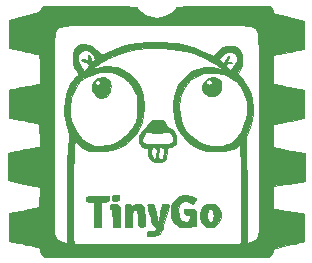
<source format=gbr>
G04 #@! TF.GenerationSoftware,KiCad,Pcbnew,5.1.5+dfsg1-2build2*
G04 #@! TF.CreationDate,2021-05-24T09:01:55+02:00*
G04 #@! TF.ProjectId,gopher-pin-v3-drawing,676f7068-6572-42d7-9069-6e2d76332d64,rev?*
G04 #@! TF.SameCoordinates,Original*
G04 #@! TF.FileFunction,Soldermask,Top*
G04 #@! TF.FilePolarity,Negative*
%FSLAX46Y46*%
G04 Gerber Fmt 4.6, Leading zero omitted, Abs format (unit mm)*
G04 Created by KiCad (PCBNEW 5.1.5+dfsg1-2build2) date 2021-05-24 09:01:55*
%MOMM*%
%LPD*%
G04 APERTURE LIST*
%ADD10C,0.010000*%
G04 APERTURE END LIST*
D10*
G36*
X-27002579Y48930816D02*
G01*
X-26909307Y48799379D01*
X-26838272Y48645366D01*
X-26829360Y48615981D01*
X-26817663Y48566876D01*
X-26806467Y48526401D01*
X-26788009Y48491770D01*
X-26754524Y48460199D01*
X-26698249Y48428903D01*
X-26611419Y48395097D01*
X-26486271Y48355996D01*
X-26315039Y48308815D01*
X-26089962Y48250770D01*
X-25803274Y48179075D01*
X-25447211Y48090945D01*
X-25183896Y48025761D01*
X-24184625Y47778046D01*
X-24160996Y46611440D01*
X-24155797Y46305451D01*
X-24152985Y46027560D01*
X-24152521Y45788887D01*
X-24154362Y45600550D01*
X-24158467Y45473669D01*
X-24164794Y45419361D01*
X-24165434Y45418447D01*
X-24212347Y45403671D01*
X-24332023Y45374268D01*
X-24514260Y45332510D01*
X-24748859Y45280667D01*
X-25025618Y45221012D01*
X-25334336Y45155816D01*
X-25495250Y45122315D01*
X-26797000Y44852569D01*
X-26797000Y42466108D01*
X-26490083Y42399024D01*
X-26358880Y42370716D01*
X-26161387Y42328586D01*
X-25914187Y42276148D01*
X-25633862Y42216916D01*
X-25336996Y42154403D01*
X-25195597Y42124706D01*
X-24918462Y42066086D01*
X-24670275Y42012701D01*
X-24462607Y41967111D01*
X-24307030Y41931879D01*
X-24215117Y41909568D01*
X-24194938Y41903153D01*
X-24190931Y41858777D01*
X-24186172Y41740689D01*
X-24180939Y41559837D01*
X-24175513Y41327170D01*
X-24170172Y41053636D01*
X-24165195Y40750184D01*
X-24164707Y40717222D01*
X-24147566Y39545610D01*
X-25271199Y39327572D01*
X-25580276Y39267465D01*
X-25872197Y39210446D01*
X-26133554Y39159154D01*
X-26350937Y39116228D01*
X-26510936Y39084306D01*
X-26595916Y39066926D01*
X-26797000Y39024317D01*
X-26797000Y37059809D01*
X-25643416Y36855726D01*
X-25330042Y36800079D01*
X-25034046Y36747130D01*
X-24768652Y36699274D01*
X-24547083Y36658908D01*
X-24382562Y36628426D01*
X-24288750Y36610313D01*
X-24087666Y36568984D01*
X-24087666Y34214380D01*
X-24331083Y34171527D01*
X-24439235Y34153090D01*
X-24616720Y34123540D01*
X-24849281Y34085219D01*
X-25122662Y34040470D01*
X-25422605Y33991634D01*
X-25685750Y33948989D01*
X-26797000Y33769304D01*
X-26797000Y31878613D01*
X-26701750Y31857368D01*
X-26635523Y31845501D01*
X-26497659Y31822936D01*
X-26300242Y31791575D01*
X-26055361Y31753322D01*
X-25775099Y31710079D01*
X-25484666Y31665742D01*
X-25181848Y31619489D01*
X-24902834Y31576376D01*
X-24659711Y31538310D01*
X-24464564Y31507198D01*
X-24329479Y31484947D01*
X-24267583Y31473707D01*
X-24172333Y31452053D01*
X-24172333Y29129313D01*
X-24309916Y29091889D01*
X-24386147Y29072106D01*
X-24532555Y29034969D01*
X-24737135Y28983491D01*
X-24987884Y28920683D01*
X-25272797Y28849559D01*
X-25579871Y28773130D01*
X-25615169Y28764358D01*
X-26782839Y28474251D01*
X-26851770Y28281209D01*
X-26923479Y28128849D01*
X-27018063Y27984864D01*
X-27046964Y27950583D01*
X-27173227Y27813000D01*
X-46223691Y27813000D01*
X-46330369Y27952862D01*
X-46440417Y28124436D01*
X-46522787Y28305316D01*
X-46564208Y28464612D01*
X-46566666Y28502862D01*
X-46569330Y28531276D01*
X-46583025Y28556194D01*
X-46616312Y28580011D01*
X-46677751Y28605120D01*
X-46775900Y28633914D01*
X-46919319Y28668788D01*
X-47116567Y28712134D01*
X-47376204Y28766346D01*
X-47706790Y28833818D01*
X-47864805Y28865866D01*
X-48185218Y28931174D01*
X-48478718Y28991708D01*
X-48735071Y29045301D01*
X-48944044Y29089786D01*
X-49095403Y29122997D01*
X-49178913Y29142767D01*
X-49191905Y29146853D01*
X-49197753Y29191193D01*
X-49201702Y29306892D01*
X-49203904Y29480670D01*
X-49204510Y29699244D01*
X-49204377Y29739166D01*
X-45360166Y29739166D01*
X-45254333Y29527781D01*
X-45099424Y29308121D01*
X-44880696Y29142117D01*
X-44596201Y29028317D01*
X-44577000Y29023118D01*
X-44442151Y28988862D01*
X-44339533Y28965318D01*
X-44301833Y28958783D01*
X-44292483Y29000347D01*
X-44284789Y29126015D01*
X-44278757Y29335243D01*
X-44274391Y29627485D01*
X-44271698Y30002195D01*
X-44270682Y30458827D01*
X-44271349Y30996835D01*
X-44273705Y31615675D01*
X-44274538Y31779179D01*
X-44277494Y32592155D01*
X-44277143Y33328253D01*
X-44277115Y33333122D01*
X-43762579Y33333122D01*
X-43762344Y32758252D01*
X-43759258Y32171241D01*
X-43753400Y31586580D01*
X-43744849Y31018763D01*
X-43733682Y30482282D01*
X-43719978Y29991630D01*
X-43703815Y29561299D01*
X-43702785Y29538083D01*
X-43674820Y28913666D01*
X-29594836Y28913666D01*
X-29561168Y29072416D01*
X-29554914Y29144608D01*
X-29549358Y29293781D01*
X-29544496Y29512252D01*
X-29540323Y29792341D01*
X-29536835Y30126365D01*
X-29534029Y30506641D01*
X-29531900Y30925487D01*
X-29530444Y31375221D01*
X-29529656Y31848160D01*
X-29529533Y32336623D01*
X-29530071Y32832927D01*
X-29531265Y33329389D01*
X-29533111Y33818329D01*
X-29535605Y34292062D01*
X-29538743Y34742907D01*
X-29542521Y35163182D01*
X-29546934Y35545204D01*
X-29551978Y35881291D01*
X-29557650Y36163761D01*
X-29563945Y36384932D01*
X-29565139Y36417513D01*
X-29600390Y37338526D01*
X-29752513Y37204960D01*
X-29978614Y37041495D01*
X-30246588Y36914923D01*
X-30564911Y36823122D01*
X-30942058Y36763973D01*
X-31386506Y36735356D01*
X-31644166Y36731836D01*
X-31991131Y36736905D01*
X-32274632Y36754289D01*
X-32515451Y36787873D01*
X-32734370Y36841545D01*
X-32952171Y36919192D01*
X-33176256Y37018362D01*
X-33669340Y37294660D01*
X-34101716Y37628434D01*
X-34471231Y38017561D01*
X-34775727Y38459916D01*
X-34920472Y38737412D01*
X-35114787Y39241161D01*
X-35233364Y39762697D01*
X-35277879Y40312098D01*
X-35274458Y40407166D01*
X-34762997Y40407166D01*
X-34725632Y39870678D01*
X-34615489Y39374284D01*
X-34430525Y38911548D01*
X-34168695Y38476034D01*
X-34135131Y38429536D01*
X-33856593Y38111587D01*
X-33514715Y37820897D01*
X-33129668Y37570773D01*
X-32721619Y37374523D01*
X-32356969Y37256326D01*
X-32035650Y37200361D01*
X-31675554Y37175258D01*
X-31313596Y37181710D01*
X-30986693Y37220407D01*
X-30939571Y37229752D01*
X-30629657Y37318294D01*
X-30367981Y37448940D01*
X-30121975Y37638523D01*
X-30087694Y37670011D01*
X-29786985Y37997700D01*
X-29530766Y38379669D01*
X-29314201Y38824316D01*
X-29139813Y39315640D01*
X-29093414Y39478014D01*
X-29061483Y39621591D01*
X-29041318Y39769506D01*
X-29030217Y39944895D01*
X-29025477Y40170896D01*
X-29024678Y40301333D01*
X-29029431Y40637244D01*
X-29049665Y40913335D01*
X-29090413Y41153807D01*
X-29156710Y41382859D01*
X-29253589Y41624693D01*
X-29337264Y41804166D01*
X-29585596Y42224363D01*
X-29894823Y42589079D01*
X-30259343Y42892560D01*
X-30586148Y43086960D01*
X-30793591Y43183983D01*
X-30989089Y43256111D01*
X-31192970Y43307651D01*
X-31425563Y43342908D01*
X-31707195Y43366189D01*
X-31961666Y43378336D01*
X-32617833Y43403493D01*
X-32946000Y43271827D01*
X-33404085Y43047948D01*
X-33796703Y42770577D01*
X-34123321Y42440553D01*
X-34383407Y42058716D01*
X-34576429Y41625904D01*
X-34701854Y41142957D01*
X-34759151Y40610714D01*
X-34762997Y40407166D01*
X-35274458Y40407166D01*
X-35260942Y40782716D01*
X-35178734Y41349282D01*
X-35031132Y41868183D01*
X-34819966Y42336480D01*
X-34547063Y42751238D01*
X-34214251Y43109519D01*
X-33823357Y43408385D01*
X-33521212Y43578191D01*
X-33191937Y43727092D01*
X-32898243Y43827631D01*
X-32618480Y43882006D01*
X-32331000Y43892415D01*
X-32014152Y43861056D01*
X-31646288Y43790127D01*
X-31580946Y43775183D01*
X-31381597Y43730037D01*
X-31214438Y43694499D01*
X-31095375Y43671779D01*
X-31040312Y43665089D01*
X-31038541Y43665681D01*
X-31061034Y43697523D01*
X-31143473Y43763717D01*
X-31272758Y43855803D01*
X-31435789Y43965323D01*
X-31619466Y44083818D01*
X-31810690Y44202830D01*
X-31996359Y44313900D01*
X-32163374Y44408569D01*
X-32293091Y44475735D01*
X-32420666Y44533173D01*
X-31427495Y44533173D01*
X-31239498Y44340860D01*
X-31051500Y44148547D01*
X-30932546Y44288690D01*
X-30841688Y44416269D01*
X-30753627Y44571673D01*
X-30726250Y44629916D01*
X-30666309Y44744045D01*
X-30608123Y44816907D01*
X-30580620Y44831000D01*
X-30532860Y44809967D01*
X-30531070Y44741401D01*
X-30576459Y44617099D01*
X-30627989Y44510091D01*
X-30685851Y44395914D01*
X-30724303Y44319796D01*
X-30733823Y44300714D01*
X-30696640Y44303402D01*
X-30604189Y44311470D01*
X-30575250Y44314094D01*
X-30423835Y44304335D01*
X-30331833Y44263643D01*
X-30288097Y44225227D01*
X-30295892Y44205776D01*
X-30367692Y44198600D01*
X-30455500Y44197346D01*
X-30631025Y44174721D01*
X-30755532Y44114482D01*
X-30815363Y44024275D01*
X-30818666Y43994065D01*
X-30788430Y43931509D01*
X-30713629Y43842243D01*
X-30618127Y43749416D01*
X-30525785Y43676179D01*
X-30460468Y43645682D01*
X-30459545Y43645666D01*
X-30400879Y43671329D01*
X-30310278Y43735485D01*
X-30278180Y43762083D01*
X-30184831Y43860807D01*
X-30076976Y44001359D01*
X-29990925Y44132500D01*
X-29908467Y44279130D01*
X-29866266Y44386763D01*
X-29855575Y44485444D01*
X-29863006Y44571911D01*
X-29899680Y44726389D01*
X-29959523Y44872436D01*
X-29973630Y44897138D01*
X-30098172Y45026955D01*
X-30272284Y45118610D01*
X-30464654Y45158981D01*
X-30581818Y45152046D01*
X-30697537Y45108265D01*
X-30851689Y45020462D01*
X-31022151Y44903786D01*
X-31186800Y44773386D01*
X-31323511Y44644413D01*
X-31324164Y44643715D01*
X-31427495Y44533173D01*
X-32420666Y44533173D01*
X-32960188Y44776080D01*
X-33590223Y45016873D01*
X-34201732Y45202417D01*
X-34813251Y45337013D01*
X-35443316Y45424964D01*
X-36110463Y45470571D01*
X-36618333Y45479607D01*
X-37497555Y45449141D01*
X-38333739Y45358705D01*
X-39122049Y45209269D01*
X-39857647Y45001805D01*
X-40535699Y44737286D01*
X-40703500Y44658540D01*
X-40828346Y44592295D01*
X-40987012Y44500081D01*
X-41167565Y44389778D01*
X-41358072Y44269264D01*
X-41546600Y44146416D01*
X-41721216Y44029114D01*
X-41869988Y43925236D01*
X-41980983Y43842660D01*
X-42042267Y43789264D01*
X-42045286Y43772666D01*
X-41987003Y43779246D01*
X-41862679Y43797225D01*
X-41689770Y43823967D01*
X-41485728Y43856833D01*
X-41455836Y43861746D01*
X-41026979Y43918526D01*
X-40655957Y43935506D01*
X-40325397Y43911778D01*
X-40017927Y43846431D01*
X-39807133Y43775438D01*
X-39357091Y43557380D01*
X-38952374Y43267933D01*
X-38593319Y42907429D01*
X-38280262Y42476204D01*
X-38027547Y42005192D01*
X-37919190Y41736036D01*
X-37841966Y41457186D01*
X-37793304Y41151357D01*
X-37770630Y40801262D01*
X-37771372Y40389614D01*
X-37774004Y40301333D01*
X-37790653Y39952812D01*
X-37818051Y39665925D01*
X-37861374Y39417825D01*
X-37925801Y39185662D01*
X-38016509Y38946589D01*
X-38138673Y38677757D01*
X-38144755Y38665088D01*
X-38397123Y38233594D01*
X-38715844Y37840925D01*
X-39089667Y37495865D01*
X-39507342Y37207196D01*
X-39957617Y36983702D01*
X-40429243Y36834165D01*
X-40513000Y36816281D01*
X-40914722Y36755962D01*
X-41347190Y36724032D01*
X-41771636Y36722286D01*
X-42079333Y36743822D01*
X-42409732Y36800392D01*
X-42694681Y36896878D01*
X-42959542Y37045034D01*
X-43229674Y37256616D01*
X-43277187Y37299051D01*
X-43405294Y37410528D01*
X-43509699Y37492646D01*
X-43575354Y37533993D01*
X-43589159Y37535618D01*
X-43604305Y37479253D01*
X-43620993Y37340019D01*
X-43639112Y37119698D01*
X-43658552Y36820072D01*
X-43679202Y36442924D01*
X-43700949Y35990035D01*
X-43723683Y35463187D01*
X-43733458Y35221333D01*
X-43745404Y34839956D01*
X-43754188Y34388466D01*
X-43759887Y33881358D01*
X-43762579Y33333122D01*
X-44277115Y33333122D01*
X-44273297Y33995203D01*
X-44265769Y34600735D01*
X-44254374Y35152581D01*
X-44238925Y35658471D01*
X-44219235Y36126135D01*
X-44195119Y36563305D01*
X-44166389Y36977710D01*
X-44142029Y37274500D01*
X-44115767Y37597497D01*
X-44101063Y37854479D01*
X-44099010Y38063447D01*
X-44110698Y38242404D01*
X-44137219Y38409351D01*
X-44179665Y38582290D01*
X-44231866Y38756296D01*
X-44348844Y39162072D01*
X-44427687Y39527008D01*
X-44473544Y39883032D01*
X-44491570Y40262066D01*
X-44491846Y40301333D01*
X-44003319Y40301333D01*
X-43999870Y40033404D01*
X-43988668Y39825281D01*
X-43967112Y39652257D01*
X-43932602Y39489629D01*
X-43908431Y39400120D01*
X-43741021Y38920851D01*
X-43527514Y38485856D01*
X-43273746Y38101795D01*
X-42985551Y37775323D01*
X-42668767Y37513097D01*
X-42329227Y37321776D01*
X-41990081Y37211585D01*
X-41796548Y37189082D01*
X-41547640Y37186992D01*
X-41269716Y37203638D01*
X-40989134Y37237342D01*
X-40732253Y37286426D01*
X-40703500Y37293465D01*
X-40209584Y37460370D01*
X-39751547Y37700027D01*
X-39337228Y38005609D01*
X-38974469Y38370289D01*
X-38671107Y38787241D01*
X-38434984Y39249638D01*
X-38422847Y39279370D01*
X-38292674Y39602833D01*
X-38294417Y40449500D01*
X-38295818Y40745673D01*
X-38299476Y40971832D01*
X-38306647Y41142621D01*
X-38318589Y41272685D01*
X-38336556Y41376671D01*
X-38361806Y41469225D01*
X-38388479Y41545919D01*
X-38572844Y41958604D01*
X-38808813Y42326379D01*
X-39112329Y42673838D01*
X-39133444Y42694982D01*
X-39471123Y42988114D01*
X-39823002Y43205000D01*
X-40201906Y43350832D01*
X-40620660Y43430805D01*
X-40999833Y43450876D01*
X-41410482Y43429505D01*
X-41792743Y43358801D01*
X-42176218Y43231834D01*
X-42448745Y43111754D01*
X-42818594Y42900921D01*
X-43127805Y42646653D01*
X-43388238Y42336887D01*
X-43611756Y41959556D01*
X-43642040Y41898032D01*
X-43784693Y41583355D01*
X-43885684Y41308670D01*
X-43951391Y41045781D01*
X-43988194Y40766494D01*
X-44002473Y40442614D01*
X-44003319Y40301333D01*
X-44491846Y40301333D01*
X-44492333Y40370342D01*
X-44460578Y40948406D01*
X-44363256Y41477762D01*
X-44197287Y41966838D01*
X-43959587Y42424059D01*
X-43647074Y42857852D01*
X-43534446Y42988974D01*
X-43427959Y43115118D01*
X-43348188Y43222525D01*
X-43309014Y43292110D01*
X-43307190Y43301411D01*
X-43333282Y43366935D01*
X-43398978Y43462226D01*
X-43429660Y43499025D01*
X-43565029Y43687130D01*
X-43660115Y43904091D01*
X-43719164Y44165057D01*
X-43746417Y44485177D01*
X-43749401Y44640500D01*
X-43749089Y44719575D01*
X-43339366Y44719575D01*
X-43315721Y44474882D01*
X-43214624Y44198684D01*
X-43208110Y44185234D01*
X-43122283Y44021670D01*
X-43028002Y43860659D01*
X-42936456Y43719245D01*
X-42858833Y43614473D01*
X-42806325Y43563386D01*
X-42798309Y43561000D01*
X-42753587Y43590714D01*
X-42675317Y43667284D01*
X-42610234Y43739781D01*
X-42485880Y43904856D01*
X-42430565Y44033220D01*
X-42442107Y44133951D01*
X-42499305Y44201791D01*
X-42606465Y44261722D01*
X-42739463Y44304206D01*
X-42749104Y44306054D01*
X-42912539Y44345146D01*
X-43001995Y44393652D01*
X-43028131Y44458799D01*
X-43023077Y44491779D01*
X-42971291Y44562663D01*
X-42872515Y44564464D01*
X-42756666Y44513500D01*
X-42641259Y44466363D01*
X-42536554Y44453730D01*
X-42468519Y44476517D01*
X-42456231Y44502916D01*
X-42455420Y44577834D01*
X-42458691Y44694472D01*
X-42459742Y44718363D01*
X-42458436Y44823807D01*
X-42434702Y44865663D01*
X-42389760Y44866242D01*
X-42333728Y44826521D01*
X-42285803Y44722721D01*
X-42254373Y44608462D01*
X-42205725Y44451882D01*
X-42148945Y44375090D01*
X-42076511Y44373208D01*
X-41987417Y44435394D01*
X-41920871Y44537971D01*
X-41927000Y44664745D01*
X-42006622Y44822871D01*
X-42036674Y44866165D01*
X-42217043Y45063788D01*
X-42418079Y45198157D01*
X-42627410Y45268621D01*
X-42832664Y45274534D01*
X-43021469Y45215244D01*
X-43181453Y45090104D01*
X-43285444Y44931674D01*
X-43339366Y44719575D01*
X-43749089Y44719575D01*
X-43748511Y44865535D01*
X-43741885Y45025867D01*
X-43726860Y45141404D01*
X-43700773Y45232054D01*
X-43660962Y45317726D01*
X-43658106Y45323091D01*
X-43497503Y45548554D01*
X-43294510Y45701654D01*
X-43046842Y45783562D01*
X-42752212Y45795449D01*
X-42738096Y45794379D01*
X-42451286Y45740359D01*
X-42174291Y45621710D01*
X-41895742Y45432385D01*
X-41657839Y45219807D01*
X-41341948Y44910115D01*
X-40811057Y45163901D01*
X-40208658Y45421001D01*
X-39580508Y45626847D01*
X-38916945Y45783329D01*
X-38208309Y45892338D01*
X-37444937Y45955761D01*
X-36660666Y45975510D01*
X-36058845Y45965428D01*
X-35514963Y45932648D01*
X-35004761Y45874760D01*
X-34503977Y45789358D01*
X-34253558Y45736485D01*
X-33960550Y45664451D01*
X-33672765Y45578865D01*
X-33372561Y45473314D01*
X-33042298Y45341389D01*
X-32664335Y45176678D01*
X-32470090Y45088362D01*
X-32269142Y44997079D01*
X-32095313Y44920041D01*
X-31963161Y44863555D01*
X-31887244Y44833923D01*
X-31875761Y44831000D01*
X-31833203Y44859644D01*
X-31747917Y44936328D01*
X-31634931Y45047186D01*
X-31576290Y45107401D01*
X-31305266Y45353997D01*
X-31036397Y45522764D01*
X-30758021Y45619401D01*
X-30467317Y45649617D01*
X-30149813Y45620147D01*
X-29891015Y45529870D01*
X-29690115Y45378013D01*
X-29546305Y45163802D01*
X-29458779Y44886461D01*
X-29430617Y44655170D01*
X-29430275Y44370954D01*
X-29469313Y44103278D01*
X-29553720Y43823821D01*
X-29660727Y43566579D01*
X-29802410Y43254659D01*
X-29471096Y42904649D01*
X-29144549Y42499406D01*
X-28883420Y42047647D01*
X-28688694Y41557786D01*
X-28561355Y41038232D01*
X-28502389Y40497398D01*
X-28512782Y39943695D01*
X-28593518Y39385533D01*
X-28745582Y38831326D01*
X-28938300Y38355452D01*
X-29137615Y37931714D01*
X-29083803Y36227273D01*
X-29073618Y35863203D01*
X-29063571Y35424937D01*
X-29053791Y34922945D01*
X-29044403Y34367698D01*
X-29035534Y33769667D01*
X-29027311Y33139321D01*
X-29019860Y32487132D01*
X-29013309Y31823570D01*
X-29007783Y31159105D01*
X-29003410Y30504208D01*
X-29000316Y29869350D01*
X-28998628Y29265001D01*
X-28998503Y29176921D01*
X-28979039Y29064425D01*
X-28914603Y29011134D01*
X-28795602Y29012658D01*
X-28694689Y29037855D01*
X-28527806Y29118247D01*
X-28352141Y29251494D01*
X-28194627Y29413687D01*
X-28082198Y29580916D01*
X-28081609Y29582097D01*
X-28072248Y29603245D01*
X-28063669Y29629819D01*
X-28055840Y29665405D01*
X-28048729Y29713589D01*
X-28042303Y29777958D01*
X-28036532Y29862099D01*
X-28031382Y29969597D01*
X-28026821Y30104041D01*
X-28022819Y30269015D01*
X-28019342Y30468108D01*
X-28016358Y30704904D01*
X-28013837Y30982992D01*
X-28011745Y31305956D01*
X-28010051Y31677385D01*
X-28008722Y32100864D01*
X-28007727Y32579979D01*
X-28007033Y33118319D01*
X-28006610Y33719468D01*
X-28006423Y34387014D01*
X-28006442Y35124543D01*
X-28006635Y35935641D01*
X-28006969Y36823896D01*
X-28007413Y37792893D01*
X-28007459Y37888333D01*
X-28008247Y39036134D01*
X-28009457Y40099765D01*
X-28011091Y41079721D01*
X-28013153Y41976497D01*
X-28015646Y42790587D01*
X-28018571Y43522489D01*
X-28021933Y44172696D01*
X-28025733Y44741704D01*
X-28029976Y45230008D01*
X-28034663Y45638103D01*
X-28039797Y45966485D01*
X-28045382Y46215648D01*
X-28051421Y46386089D01*
X-28057053Y46470799D01*
X-28093251Y46728083D01*
X-28148009Y46928094D01*
X-28231818Y47079366D01*
X-28355165Y47190435D01*
X-28528538Y47269834D01*
X-28762427Y47326100D01*
X-29067320Y47367767D01*
X-29172575Y47378538D01*
X-29288509Y47385539D01*
X-29483480Y47392058D01*
X-29751862Y47398096D01*
X-30088026Y47403653D01*
X-30486345Y47408728D01*
X-30941192Y47413322D01*
X-31446938Y47417435D01*
X-31997957Y47421066D01*
X-32588621Y47424216D01*
X-33213302Y47426885D01*
X-33866372Y47429072D01*
X-34542205Y47430778D01*
X-35235172Y47432003D01*
X-35939646Y47432747D01*
X-36649999Y47433009D01*
X-37360605Y47432790D01*
X-38065834Y47432089D01*
X-38760060Y47430908D01*
X-39437655Y47429244D01*
X-40092992Y47427100D01*
X-40720443Y47424474D01*
X-41314380Y47421367D01*
X-41869176Y47417779D01*
X-42379204Y47413710D01*
X-42838835Y47409159D01*
X-43242442Y47404126D01*
X-43584398Y47398613D01*
X-43859075Y47392618D01*
X-44060845Y47386142D01*
X-44184082Y47379184D01*
X-44191091Y47378538D01*
X-44518989Y47339551D01*
X-44772781Y47288488D01*
X-44962952Y47216815D01*
X-45099989Y47115998D01*
X-45194378Y46977505D01*
X-45256604Y46792801D01*
X-45297154Y46553354D01*
X-45306531Y46470799D01*
X-45312969Y46367943D01*
X-45318952Y46185901D01*
X-45324484Y45924243D01*
X-45329567Y45582544D01*
X-45334203Y45160375D01*
X-45338394Y44657310D01*
X-45342144Y44072920D01*
X-45345454Y43406778D01*
X-45348327Y42658457D01*
X-45350766Y41827530D01*
X-45352773Y40913569D01*
X-45354350Y39916146D01*
X-45355501Y38834835D01*
X-45356125Y37888333D01*
X-45360166Y29739166D01*
X-49204377Y29739166D01*
X-49203671Y29949334D01*
X-49201538Y30217657D01*
X-49198264Y30490931D01*
X-49193999Y30755875D01*
X-49188895Y30999206D01*
X-49183102Y31207644D01*
X-49176773Y31367907D01*
X-49170059Y31466713D01*
X-49165182Y31492229D01*
X-49121214Y31503949D01*
X-49004171Y31528853D01*
X-48824273Y31564937D01*
X-48591739Y31610198D01*
X-48316787Y31662633D01*
X-48009638Y31720239D01*
X-47868660Y31746387D01*
X-46587833Y31983149D01*
X-46565009Y33719849D01*
X-47927060Y33990851D01*
X-49289112Y34261853D01*
X-49260160Y35427212D01*
X-49251933Y35732570D01*
X-49243248Y36009391D01*
X-49234551Y36246640D01*
X-49226286Y36433286D01*
X-49218898Y36558297D01*
X-49212833Y36610640D01*
X-49212388Y36611389D01*
X-49169552Y36622186D01*
X-49055698Y36646444D01*
X-48882979Y36681793D01*
X-48663552Y36725864D01*
X-48409569Y36776285D01*
X-48133186Y36830686D01*
X-47846558Y36886697D01*
X-47561839Y36941946D01*
X-47291183Y36994063D01*
X-47046746Y37040679D01*
X-46840681Y37079421D01*
X-46685144Y37107920D01*
X-46592289Y37123806D01*
X-46572197Y37126309D01*
X-46566173Y37166209D01*
X-46563261Y37276251D01*
X-46563092Y37441978D01*
X-46565300Y37648937D01*
X-46569515Y37882674D01*
X-46575371Y38128734D01*
X-46582500Y38372662D01*
X-46590533Y38600005D01*
X-46599103Y38796307D01*
X-46607842Y38947114D01*
X-46616383Y39037972D01*
X-46621346Y39057790D01*
X-46669743Y39073986D01*
X-46789790Y39103442D01*
X-46969951Y39143646D01*
X-47198693Y39192085D01*
X-47464479Y39246245D01*
X-47699459Y39292673D01*
X-48000122Y39351358D01*
X-48285468Y39407210D01*
X-48541054Y39457390D01*
X-48752439Y39499057D01*
X-48905178Y39529374D01*
X-48969083Y39542242D01*
X-49191333Y39587669D01*
X-49191333Y41943155D01*
X-49096083Y41966142D01*
X-49028977Y41980385D01*
X-48891435Y42008094D01*
X-48696165Y42046763D01*
X-48455876Y42093885D01*
X-48183279Y42146952D01*
X-47984833Y42185368D01*
X-47689803Y42242518D01*
X-47411314Y42296769D01*
X-47163796Y42345288D01*
X-46961674Y42385241D01*
X-46819379Y42413792D01*
X-46767750Y42424478D01*
X-46566666Y42467349D01*
X-46566666Y43686979D01*
X-46567515Y44059945D01*
X-46570267Y44355512D01*
X-46575232Y44580933D01*
X-46582720Y44743461D01*
X-46593040Y44850349D01*
X-46606504Y44908848D01*
X-46619583Y44925626D01*
X-46673053Y44938345D01*
X-46798933Y44965195D01*
X-46986552Y45003995D01*
X-47225238Y45052564D01*
X-47504321Y45108722D01*
X-47813130Y45170288D01*
X-47932559Y45193956D01*
X-49192618Y45443267D01*
X-49181392Y46628211D01*
X-49170166Y47813154D01*
X-46588054Y48536112D01*
X-46518284Y48683806D01*
X-46438972Y48819700D01*
X-46343545Y48944371D01*
X-46340278Y48947916D01*
X-46232043Y49064333D01*
X-44335605Y49060616D01*
X-43813149Y49058963D01*
X-43278893Y49056099D01*
X-42739710Y49052139D01*
X-42202470Y49047197D01*
X-41674046Y49041390D01*
X-41161310Y49034832D01*
X-40671133Y49027640D01*
X-40210388Y49019927D01*
X-39785946Y49011810D01*
X-39404680Y49003403D01*
X-39073460Y48994823D01*
X-38799160Y48986185D01*
X-38588650Y48977603D01*
X-38448803Y48969193D01*
X-38386491Y48961071D01*
X-38385750Y48960771D01*
X-38323694Y48914488D01*
X-38311666Y48886422D01*
X-38274912Y48786905D01*
X-38174031Y48665786D01*
X-38023097Y48533918D01*
X-37836184Y48402153D01*
X-37627365Y48281342D01*
X-37410714Y48182338D01*
X-37386506Y48173056D01*
X-37022146Y48066266D01*
X-36675801Y48030998D01*
X-36330797Y48068139D01*
X-35970462Y48178573D01*
X-35786681Y48258100D01*
X-35597965Y48359286D01*
X-35416201Y48479085D01*
X-35256444Y48604996D01*
X-35133745Y48724519D01*
X-35063157Y48825154D01*
X-35052000Y48868190D01*
X-35017816Y48933747D01*
X-34977916Y48960771D01*
X-34918656Y48968883D01*
X-34781598Y48977286D01*
X-34573613Y48985864D01*
X-34301569Y48994503D01*
X-33972336Y49003087D01*
X-33592782Y49011502D01*
X-33169776Y49019631D01*
X-32710188Y49027360D01*
X-32220886Y49034574D01*
X-31708740Y49041157D01*
X-31180618Y49046993D01*
X-30643389Y49051969D01*
X-30103923Y49055968D01*
X-29569089Y49058875D01*
X-29045755Y49060576D01*
X-29025901Y49060616D01*
X-27127302Y49064333D01*
X-27002579Y48930816D01*
G37*
X-27002579Y48930816D02*
X-26909307Y48799379D01*
X-26838272Y48645366D01*
X-26829360Y48615981D01*
X-26817663Y48566876D01*
X-26806467Y48526401D01*
X-26788009Y48491770D01*
X-26754524Y48460199D01*
X-26698249Y48428903D01*
X-26611419Y48395097D01*
X-26486271Y48355996D01*
X-26315039Y48308815D01*
X-26089962Y48250770D01*
X-25803274Y48179075D01*
X-25447211Y48090945D01*
X-25183896Y48025761D01*
X-24184625Y47778046D01*
X-24160996Y46611440D01*
X-24155797Y46305451D01*
X-24152985Y46027560D01*
X-24152521Y45788887D01*
X-24154362Y45600550D01*
X-24158467Y45473669D01*
X-24164794Y45419361D01*
X-24165434Y45418447D01*
X-24212347Y45403671D01*
X-24332023Y45374268D01*
X-24514260Y45332510D01*
X-24748859Y45280667D01*
X-25025618Y45221012D01*
X-25334336Y45155816D01*
X-25495250Y45122315D01*
X-26797000Y44852569D01*
X-26797000Y42466108D01*
X-26490083Y42399024D01*
X-26358880Y42370716D01*
X-26161387Y42328586D01*
X-25914187Y42276148D01*
X-25633862Y42216916D01*
X-25336996Y42154403D01*
X-25195597Y42124706D01*
X-24918462Y42066086D01*
X-24670275Y42012701D01*
X-24462607Y41967111D01*
X-24307030Y41931879D01*
X-24215117Y41909568D01*
X-24194938Y41903153D01*
X-24190931Y41858777D01*
X-24186172Y41740689D01*
X-24180939Y41559837D01*
X-24175513Y41327170D01*
X-24170172Y41053636D01*
X-24165195Y40750184D01*
X-24164707Y40717222D01*
X-24147566Y39545610D01*
X-25271199Y39327572D01*
X-25580276Y39267465D01*
X-25872197Y39210446D01*
X-26133554Y39159154D01*
X-26350937Y39116228D01*
X-26510936Y39084306D01*
X-26595916Y39066926D01*
X-26797000Y39024317D01*
X-26797000Y37059809D01*
X-25643416Y36855726D01*
X-25330042Y36800079D01*
X-25034046Y36747130D01*
X-24768652Y36699274D01*
X-24547083Y36658908D01*
X-24382562Y36628426D01*
X-24288750Y36610313D01*
X-24087666Y36568984D01*
X-24087666Y34214380D01*
X-24331083Y34171527D01*
X-24439235Y34153090D01*
X-24616720Y34123540D01*
X-24849281Y34085219D01*
X-25122662Y34040470D01*
X-25422605Y33991634D01*
X-25685750Y33948989D01*
X-26797000Y33769304D01*
X-26797000Y31878613D01*
X-26701750Y31857368D01*
X-26635523Y31845501D01*
X-26497659Y31822936D01*
X-26300242Y31791575D01*
X-26055361Y31753322D01*
X-25775099Y31710079D01*
X-25484666Y31665742D01*
X-25181848Y31619489D01*
X-24902834Y31576376D01*
X-24659711Y31538310D01*
X-24464564Y31507198D01*
X-24329479Y31484947D01*
X-24267583Y31473707D01*
X-24172333Y31452053D01*
X-24172333Y29129313D01*
X-24309916Y29091889D01*
X-24386147Y29072106D01*
X-24532555Y29034969D01*
X-24737135Y28983491D01*
X-24987884Y28920683D01*
X-25272797Y28849559D01*
X-25579871Y28773130D01*
X-25615169Y28764358D01*
X-26782839Y28474251D01*
X-26851770Y28281209D01*
X-26923479Y28128849D01*
X-27018063Y27984864D01*
X-27046964Y27950583D01*
X-27173227Y27813000D01*
X-46223691Y27813000D01*
X-46330369Y27952862D01*
X-46440417Y28124436D01*
X-46522787Y28305316D01*
X-46564208Y28464612D01*
X-46566666Y28502862D01*
X-46569330Y28531276D01*
X-46583025Y28556194D01*
X-46616312Y28580011D01*
X-46677751Y28605120D01*
X-46775900Y28633914D01*
X-46919319Y28668788D01*
X-47116567Y28712134D01*
X-47376204Y28766346D01*
X-47706790Y28833818D01*
X-47864805Y28865866D01*
X-48185218Y28931174D01*
X-48478718Y28991708D01*
X-48735071Y29045301D01*
X-48944044Y29089786D01*
X-49095403Y29122997D01*
X-49178913Y29142767D01*
X-49191905Y29146853D01*
X-49197753Y29191193D01*
X-49201702Y29306892D01*
X-49203904Y29480670D01*
X-49204510Y29699244D01*
X-49204377Y29739166D01*
X-45360166Y29739166D01*
X-45254333Y29527781D01*
X-45099424Y29308121D01*
X-44880696Y29142117D01*
X-44596201Y29028317D01*
X-44577000Y29023118D01*
X-44442151Y28988862D01*
X-44339533Y28965318D01*
X-44301833Y28958783D01*
X-44292483Y29000347D01*
X-44284789Y29126015D01*
X-44278757Y29335243D01*
X-44274391Y29627485D01*
X-44271698Y30002195D01*
X-44270682Y30458827D01*
X-44271349Y30996835D01*
X-44273705Y31615675D01*
X-44274538Y31779179D01*
X-44277494Y32592155D01*
X-44277143Y33328253D01*
X-44277115Y33333122D01*
X-43762579Y33333122D01*
X-43762344Y32758252D01*
X-43759258Y32171241D01*
X-43753400Y31586580D01*
X-43744849Y31018763D01*
X-43733682Y30482282D01*
X-43719978Y29991630D01*
X-43703815Y29561299D01*
X-43702785Y29538083D01*
X-43674820Y28913666D01*
X-29594836Y28913666D01*
X-29561168Y29072416D01*
X-29554914Y29144608D01*
X-29549358Y29293781D01*
X-29544496Y29512252D01*
X-29540323Y29792341D01*
X-29536835Y30126365D01*
X-29534029Y30506641D01*
X-29531900Y30925487D01*
X-29530444Y31375221D01*
X-29529656Y31848160D01*
X-29529533Y32336623D01*
X-29530071Y32832927D01*
X-29531265Y33329389D01*
X-29533111Y33818329D01*
X-29535605Y34292062D01*
X-29538743Y34742907D01*
X-29542521Y35163182D01*
X-29546934Y35545204D01*
X-29551978Y35881291D01*
X-29557650Y36163761D01*
X-29563945Y36384932D01*
X-29565139Y36417513D01*
X-29600390Y37338526D01*
X-29752513Y37204960D01*
X-29978614Y37041495D01*
X-30246588Y36914923D01*
X-30564911Y36823122D01*
X-30942058Y36763973D01*
X-31386506Y36735356D01*
X-31644166Y36731836D01*
X-31991131Y36736905D01*
X-32274632Y36754289D01*
X-32515451Y36787873D01*
X-32734370Y36841545D01*
X-32952171Y36919192D01*
X-33176256Y37018362D01*
X-33669340Y37294660D01*
X-34101716Y37628434D01*
X-34471231Y38017561D01*
X-34775727Y38459916D01*
X-34920472Y38737412D01*
X-35114787Y39241161D01*
X-35233364Y39762697D01*
X-35277879Y40312098D01*
X-35274458Y40407166D01*
X-34762997Y40407166D01*
X-34725632Y39870678D01*
X-34615489Y39374284D01*
X-34430525Y38911548D01*
X-34168695Y38476034D01*
X-34135131Y38429536D01*
X-33856593Y38111587D01*
X-33514715Y37820897D01*
X-33129668Y37570773D01*
X-32721619Y37374523D01*
X-32356969Y37256326D01*
X-32035650Y37200361D01*
X-31675554Y37175258D01*
X-31313596Y37181710D01*
X-30986693Y37220407D01*
X-30939571Y37229752D01*
X-30629657Y37318294D01*
X-30367981Y37448940D01*
X-30121975Y37638523D01*
X-30087694Y37670011D01*
X-29786985Y37997700D01*
X-29530766Y38379669D01*
X-29314201Y38824316D01*
X-29139813Y39315640D01*
X-29093414Y39478014D01*
X-29061483Y39621591D01*
X-29041318Y39769506D01*
X-29030217Y39944895D01*
X-29025477Y40170896D01*
X-29024678Y40301333D01*
X-29029431Y40637244D01*
X-29049665Y40913335D01*
X-29090413Y41153807D01*
X-29156710Y41382859D01*
X-29253589Y41624693D01*
X-29337264Y41804166D01*
X-29585596Y42224363D01*
X-29894823Y42589079D01*
X-30259343Y42892560D01*
X-30586148Y43086960D01*
X-30793591Y43183983D01*
X-30989089Y43256111D01*
X-31192970Y43307651D01*
X-31425563Y43342908D01*
X-31707195Y43366189D01*
X-31961666Y43378336D01*
X-32617833Y43403493D01*
X-32946000Y43271827D01*
X-33404085Y43047948D01*
X-33796703Y42770577D01*
X-34123321Y42440553D01*
X-34383407Y42058716D01*
X-34576429Y41625904D01*
X-34701854Y41142957D01*
X-34759151Y40610714D01*
X-34762997Y40407166D01*
X-35274458Y40407166D01*
X-35260942Y40782716D01*
X-35178734Y41349282D01*
X-35031132Y41868183D01*
X-34819966Y42336480D01*
X-34547063Y42751238D01*
X-34214251Y43109519D01*
X-33823357Y43408385D01*
X-33521212Y43578191D01*
X-33191937Y43727092D01*
X-32898243Y43827631D01*
X-32618480Y43882006D01*
X-32331000Y43892415D01*
X-32014152Y43861056D01*
X-31646288Y43790127D01*
X-31580946Y43775183D01*
X-31381597Y43730037D01*
X-31214438Y43694499D01*
X-31095375Y43671779D01*
X-31040312Y43665089D01*
X-31038541Y43665681D01*
X-31061034Y43697523D01*
X-31143473Y43763717D01*
X-31272758Y43855803D01*
X-31435789Y43965323D01*
X-31619466Y44083818D01*
X-31810690Y44202830D01*
X-31996359Y44313900D01*
X-32163374Y44408569D01*
X-32293091Y44475735D01*
X-32420666Y44533173D01*
X-31427495Y44533173D01*
X-31239498Y44340860D01*
X-31051500Y44148547D01*
X-30932546Y44288690D01*
X-30841688Y44416269D01*
X-30753627Y44571673D01*
X-30726250Y44629916D01*
X-30666309Y44744045D01*
X-30608123Y44816907D01*
X-30580620Y44831000D01*
X-30532860Y44809967D01*
X-30531070Y44741401D01*
X-30576459Y44617099D01*
X-30627989Y44510091D01*
X-30685851Y44395914D01*
X-30724303Y44319796D01*
X-30733823Y44300714D01*
X-30696640Y44303402D01*
X-30604189Y44311470D01*
X-30575250Y44314094D01*
X-30423835Y44304335D01*
X-30331833Y44263643D01*
X-30288097Y44225227D01*
X-30295892Y44205776D01*
X-30367692Y44198600D01*
X-30455500Y44197346D01*
X-30631025Y44174721D01*
X-30755532Y44114482D01*
X-30815363Y44024275D01*
X-30818666Y43994065D01*
X-30788430Y43931509D01*
X-30713629Y43842243D01*
X-30618127Y43749416D01*
X-30525785Y43676179D01*
X-30460468Y43645682D01*
X-30459545Y43645666D01*
X-30400879Y43671329D01*
X-30310278Y43735485D01*
X-30278180Y43762083D01*
X-30184831Y43860807D01*
X-30076976Y44001359D01*
X-29990925Y44132500D01*
X-29908467Y44279130D01*
X-29866266Y44386763D01*
X-29855575Y44485444D01*
X-29863006Y44571911D01*
X-29899680Y44726389D01*
X-29959523Y44872436D01*
X-29973630Y44897138D01*
X-30098172Y45026955D01*
X-30272284Y45118610D01*
X-30464654Y45158981D01*
X-30581818Y45152046D01*
X-30697537Y45108265D01*
X-30851689Y45020462D01*
X-31022151Y44903786D01*
X-31186800Y44773386D01*
X-31323511Y44644413D01*
X-31324164Y44643715D01*
X-31427495Y44533173D01*
X-32420666Y44533173D01*
X-32960188Y44776080D01*
X-33590223Y45016873D01*
X-34201732Y45202417D01*
X-34813251Y45337013D01*
X-35443316Y45424964D01*
X-36110463Y45470571D01*
X-36618333Y45479607D01*
X-37497555Y45449141D01*
X-38333739Y45358705D01*
X-39122049Y45209269D01*
X-39857647Y45001805D01*
X-40535699Y44737286D01*
X-40703500Y44658540D01*
X-40828346Y44592295D01*
X-40987012Y44500081D01*
X-41167565Y44389778D01*
X-41358072Y44269264D01*
X-41546600Y44146416D01*
X-41721216Y44029114D01*
X-41869988Y43925236D01*
X-41980983Y43842660D01*
X-42042267Y43789264D01*
X-42045286Y43772666D01*
X-41987003Y43779246D01*
X-41862679Y43797225D01*
X-41689770Y43823967D01*
X-41485728Y43856833D01*
X-41455836Y43861746D01*
X-41026979Y43918526D01*
X-40655957Y43935506D01*
X-40325397Y43911778D01*
X-40017927Y43846431D01*
X-39807133Y43775438D01*
X-39357091Y43557380D01*
X-38952374Y43267933D01*
X-38593319Y42907429D01*
X-38280262Y42476204D01*
X-38027547Y42005192D01*
X-37919190Y41736036D01*
X-37841966Y41457186D01*
X-37793304Y41151357D01*
X-37770630Y40801262D01*
X-37771372Y40389614D01*
X-37774004Y40301333D01*
X-37790653Y39952812D01*
X-37818051Y39665925D01*
X-37861374Y39417825D01*
X-37925801Y39185662D01*
X-38016509Y38946589D01*
X-38138673Y38677757D01*
X-38144755Y38665088D01*
X-38397123Y38233594D01*
X-38715844Y37840925D01*
X-39089667Y37495865D01*
X-39507342Y37207196D01*
X-39957617Y36983702D01*
X-40429243Y36834165D01*
X-40513000Y36816281D01*
X-40914722Y36755962D01*
X-41347190Y36724032D01*
X-41771636Y36722286D01*
X-42079333Y36743822D01*
X-42409732Y36800392D01*
X-42694681Y36896878D01*
X-42959542Y37045034D01*
X-43229674Y37256616D01*
X-43277187Y37299051D01*
X-43405294Y37410528D01*
X-43509699Y37492646D01*
X-43575354Y37533993D01*
X-43589159Y37535618D01*
X-43604305Y37479253D01*
X-43620993Y37340019D01*
X-43639112Y37119698D01*
X-43658552Y36820072D01*
X-43679202Y36442924D01*
X-43700949Y35990035D01*
X-43723683Y35463187D01*
X-43733458Y35221333D01*
X-43745404Y34839956D01*
X-43754188Y34388466D01*
X-43759887Y33881358D01*
X-43762579Y33333122D01*
X-44277115Y33333122D01*
X-44273297Y33995203D01*
X-44265769Y34600735D01*
X-44254374Y35152581D01*
X-44238925Y35658471D01*
X-44219235Y36126135D01*
X-44195119Y36563305D01*
X-44166389Y36977710D01*
X-44142029Y37274500D01*
X-44115767Y37597497D01*
X-44101063Y37854479D01*
X-44099010Y38063447D01*
X-44110698Y38242404D01*
X-44137219Y38409351D01*
X-44179665Y38582290D01*
X-44231866Y38756296D01*
X-44348844Y39162072D01*
X-44427687Y39527008D01*
X-44473544Y39883032D01*
X-44491570Y40262066D01*
X-44491846Y40301333D01*
X-44003319Y40301333D01*
X-43999870Y40033404D01*
X-43988668Y39825281D01*
X-43967112Y39652257D01*
X-43932602Y39489629D01*
X-43908431Y39400120D01*
X-43741021Y38920851D01*
X-43527514Y38485856D01*
X-43273746Y38101795D01*
X-42985551Y37775323D01*
X-42668767Y37513097D01*
X-42329227Y37321776D01*
X-41990081Y37211585D01*
X-41796548Y37189082D01*
X-41547640Y37186992D01*
X-41269716Y37203638D01*
X-40989134Y37237342D01*
X-40732253Y37286426D01*
X-40703500Y37293465D01*
X-40209584Y37460370D01*
X-39751547Y37700027D01*
X-39337228Y38005609D01*
X-38974469Y38370289D01*
X-38671107Y38787241D01*
X-38434984Y39249638D01*
X-38422847Y39279370D01*
X-38292674Y39602833D01*
X-38294417Y40449500D01*
X-38295818Y40745673D01*
X-38299476Y40971832D01*
X-38306647Y41142621D01*
X-38318589Y41272685D01*
X-38336556Y41376671D01*
X-38361806Y41469225D01*
X-38388479Y41545919D01*
X-38572844Y41958604D01*
X-38808813Y42326379D01*
X-39112329Y42673838D01*
X-39133444Y42694982D01*
X-39471123Y42988114D01*
X-39823002Y43205000D01*
X-40201906Y43350832D01*
X-40620660Y43430805D01*
X-40999833Y43450876D01*
X-41410482Y43429505D01*
X-41792743Y43358801D01*
X-42176218Y43231834D01*
X-42448745Y43111754D01*
X-42818594Y42900921D01*
X-43127805Y42646653D01*
X-43388238Y42336887D01*
X-43611756Y41959556D01*
X-43642040Y41898032D01*
X-43784693Y41583355D01*
X-43885684Y41308670D01*
X-43951391Y41045781D01*
X-43988194Y40766494D01*
X-44002473Y40442614D01*
X-44003319Y40301333D01*
X-44491846Y40301333D01*
X-44492333Y40370342D01*
X-44460578Y40948406D01*
X-44363256Y41477762D01*
X-44197287Y41966838D01*
X-43959587Y42424059D01*
X-43647074Y42857852D01*
X-43534446Y42988974D01*
X-43427959Y43115118D01*
X-43348188Y43222525D01*
X-43309014Y43292110D01*
X-43307190Y43301411D01*
X-43333282Y43366935D01*
X-43398978Y43462226D01*
X-43429660Y43499025D01*
X-43565029Y43687130D01*
X-43660115Y43904091D01*
X-43719164Y44165057D01*
X-43746417Y44485177D01*
X-43749401Y44640500D01*
X-43749089Y44719575D01*
X-43339366Y44719575D01*
X-43315721Y44474882D01*
X-43214624Y44198684D01*
X-43208110Y44185234D01*
X-43122283Y44021670D01*
X-43028002Y43860659D01*
X-42936456Y43719245D01*
X-42858833Y43614473D01*
X-42806325Y43563386D01*
X-42798309Y43561000D01*
X-42753587Y43590714D01*
X-42675317Y43667284D01*
X-42610234Y43739781D01*
X-42485880Y43904856D01*
X-42430565Y44033220D01*
X-42442107Y44133951D01*
X-42499305Y44201791D01*
X-42606465Y44261722D01*
X-42739463Y44304206D01*
X-42749104Y44306054D01*
X-42912539Y44345146D01*
X-43001995Y44393652D01*
X-43028131Y44458799D01*
X-43023077Y44491779D01*
X-42971291Y44562663D01*
X-42872515Y44564464D01*
X-42756666Y44513500D01*
X-42641259Y44466363D01*
X-42536554Y44453730D01*
X-42468519Y44476517D01*
X-42456231Y44502916D01*
X-42455420Y44577834D01*
X-42458691Y44694472D01*
X-42459742Y44718363D01*
X-42458436Y44823807D01*
X-42434702Y44865663D01*
X-42389760Y44866242D01*
X-42333728Y44826521D01*
X-42285803Y44722721D01*
X-42254373Y44608462D01*
X-42205725Y44451882D01*
X-42148945Y44375090D01*
X-42076511Y44373208D01*
X-41987417Y44435394D01*
X-41920871Y44537971D01*
X-41927000Y44664745D01*
X-42006622Y44822871D01*
X-42036674Y44866165D01*
X-42217043Y45063788D01*
X-42418079Y45198157D01*
X-42627410Y45268621D01*
X-42832664Y45274534D01*
X-43021469Y45215244D01*
X-43181453Y45090104D01*
X-43285444Y44931674D01*
X-43339366Y44719575D01*
X-43749089Y44719575D01*
X-43748511Y44865535D01*
X-43741885Y45025867D01*
X-43726860Y45141404D01*
X-43700773Y45232054D01*
X-43660962Y45317726D01*
X-43658106Y45323091D01*
X-43497503Y45548554D01*
X-43294510Y45701654D01*
X-43046842Y45783562D01*
X-42752212Y45795449D01*
X-42738096Y45794379D01*
X-42451286Y45740359D01*
X-42174291Y45621710D01*
X-41895742Y45432385D01*
X-41657839Y45219807D01*
X-41341948Y44910115D01*
X-40811057Y45163901D01*
X-40208658Y45421001D01*
X-39580508Y45626847D01*
X-38916945Y45783329D01*
X-38208309Y45892338D01*
X-37444937Y45955761D01*
X-36660666Y45975510D01*
X-36058845Y45965428D01*
X-35514963Y45932648D01*
X-35004761Y45874760D01*
X-34503977Y45789358D01*
X-34253558Y45736485D01*
X-33960550Y45664451D01*
X-33672765Y45578865D01*
X-33372561Y45473314D01*
X-33042298Y45341389D01*
X-32664335Y45176678D01*
X-32470090Y45088362D01*
X-32269142Y44997079D01*
X-32095313Y44920041D01*
X-31963161Y44863555D01*
X-31887244Y44833923D01*
X-31875761Y44831000D01*
X-31833203Y44859644D01*
X-31747917Y44936328D01*
X-31634931Y45047186D01*
X-31576290Y45107401D01*
X-31305266Y45353997D01*
X-31036397Y45522764D01*
X-30758021Y45619401D01*
X-30467317Y45649617D01*
X-30149813Y45620147D01*
X-29891015Y45529870D01*
X-29690115Y45378013D01*
X-29546305Y45163802D01*
X-29458779Y44886461D01*
X-29430617Y44655170D01*
X-29430275Y44370954D01*
X-29469313Y44103278D01*
X-29553720Y43823821D01*
X-29660727Y43566579D01*
X-29802410Y43254659D01*
X-29471096Y42904649D01*
X-29144549Y42499406D01*
X-28883420Y42047647D01*
X-28688694Y41557786D01*
X-28561355Y41038232D01*
X-28502389Y40497398D01*
X-28512782Y39943695D01*
X-28593518Y39385533D01*
X-28745582Y38831326D01*
X-28938300Y38355452D01*
X-29137615Y37931714D01*
X-29083803Y36227273D01*
X-29073618Y35863203D01*
X-29063571Y35424937D01*
X-29053791Y34922945D01*
X-29044403Y34367698D01*
X-29035534Y33769667D01*
X-29027311Y33139321D01*
X-29019860Y32487132D01*
X-29013309Y31823570D01*
X-29007783Y31159105D01*
X-29003410Y30504208D01*
X-29000316Y29869350D01*
X-28998628Y29265001D01*
X-28998503Y29176921D01*
X-28979039Y29064425D01*
X-28914603Y29011134D01*
X-28795602Y29012658D01*
X-28694689Y29037855D01*
X-28527806Y29118247D01*
X-28352141Y29251494D01*
X-28194627Y29413687D01*
X-28082198Y29580916D01*
X-28081609Y29582097D01*
X-28072248Y29603245D01*
X-28063669Y29629819D01*
X-28055840Y29665405D01*
X-28048729Y29713589D01*
X-28042303Y29777958D01*
X-28036532Y29862099D01*
X-28031382Y29969597D01*
X-28026821Y30104041D01*
X-28022819Y30269015D01*
X-28019342Y30468108D01*
X-28016358Y30704904D01*
X-28013837Y30982992D01*
X-28011745Y31305956D01*
X-28010051Y31677385D01*
X-28008722Y32100864D01*
X-28007727Y32579979D01*
X-28007033Y33118319D01*
X-28006610Y33719468D01*
X-28006423Y34387014D01*
X-28006442Y35124543D01*
X-28006635Y35935641D01*
X-28006969Y36823896D01*
X-28007413Y37792893D01*
X-28007459Y37888333D01*
X-28008247Y39036134D01*
X-28009457Y40099765D01*
X-28011091Y41079721D01*
X-28013153Y41976497D01*
X-28015646Y42790587D01*
X-28018571Y43522489D01*
X-28021933Y44172696D01*
X-28025733Y44741704D01*
X-28029976Y45230008D01*
X-28034663Y45638103D01*
X-28039797Y45966485D01*
X-28045382Y46215648D01*
X-28051421Y46386089D01*
X-28057053Y46470799D01*
X-28093251Y46728083D01*
X-28148009Y46928094D01*
X-28231818Y47079366D01*
X-28355165Y47190435D01*
X-28528538Y47269834D01*
X-28762427Y47326100D01*
X-29067320Y47367767D01*
X-29172575Y47378538D01*
X-29288509Y47385539D01*
X-29483480Y47392058D01*
X-29751862Y47398096D01*
X-30088026Y47403653D01*
X-30486345Y47408728D01*
X-30941192Y47413322D01*
X-31446938Y47417435D01*
X-31997957Y47421066D01*
X-32588621Y47424216D01*
X-33213302Y47426885D01*
X-33866372Y47429072D01*
X-34542205Y47430778D01*
X-35235172Y47432003D01*
X-35939646Y47432747D01*
X-36649999Y47433009D01*
X-37360605Y47432790D01*
X-38065834Y47432089D01*
X-38760060Y47430908D01*
X-39437655Y47429244D01*
X-40092992Y47427100D01*
X-40720443Y47424474D01*
X-41314380Y47421367D01*
X-41869176Y47417779D01*
X-42379204Y47413710D01*
X-42838835Y47409159D01*
X-43242442Y47404126D01*
X-43584398Y47398613D01*
X-43859075Y47392618D01*
X-44060845Y47386142D01*
X-44184082Y47379184D01*
X-44191091Y47378538D01*
X-44518989Y47339551D01*
X-44772781Y47288488D01*
X-44962952Y47216815D01*
X-45099989Y47115998D01*
X-45194378Y46977505D01*
X-45256604Y46792801D01*
X-45297154Y46553354D01*
X-45306531Y46470799D01*
X-45312969Y46367943D01*
X-45318952Y46185901D01*
X-45324484Y45924243D01*
X-45329567Y45582544D01*
X-45334203Y45160375D01*
X-45338394Y44657310D01*
X-45342144Y44072920D01*
X-45345454Y43406778D01*
X-45348327Y42658457D01*
X-45350766Y41827530D01*
X-45352773Y40913569D01*
X-45354350Y39916146D01*
X-45355501Y38834835D01*
X-45356125Y37888333D01*
X-45360166Y29739166D01*
X-49204377Y29739166D01*
X-49203671Y29949334D01*
X-49201538Y30217657D01*
X-49198264Y30490931D01*
X-49193999Y30755875D01*
X-49188895Y30999206D01*
X-49183102Y31207644D01*
X-49176773Y31367907D01*
X-49170059Y31466713D01*
X-49165182Y31492229D01*
X-49121214Y31503949D01*
X-49004171Y31528853D01*
X-48824273Y31564937D01*
X-48591739Y31610198D01*
X-48316787Y31662633D01*
X-48009638Y31720239D01*
X-47868660Y31746387D01*
X-46587833Y31983149D01*
X-46565009Y33719849D01*
X-47927060Y33990851D01*
X-49289112Y34261853D01*
X-49260160Y35427212D01*
X-49251933Y35732570D01*
X-49243248Y36009391D01*
X-49234551Y36246640D01*
X-49226286Y36433286D01*
X-49218898Y36558297D01*
X-49212833Y36610640D01*
X-49212388Y36611389D01*
X-49169552Y36622186D01*
X-49055698Y36646444D01*
X-48882979Y36681793D01*
X-48663552Y36725864D01*
X-48409569Y36776285D01*
X-48133186Y36830686D01*
X-47846558Y36886697D01*
X-47561839Y36941946D01*
X-47291183Y36994063D01*
X-47046746Y37040679D01*
X-46840681Y37079421D01*
X-46685144Y37107920D01*
X-46592289Y37123806D01*
X-46572197Y37126309D01*
X-46566173Y37166209D01*
X-46563261Y37276251D01*
X-46563092Y37441978D01*
X-46565300Y37648937D01*
X-46569515Y37882674D01*
X-46575371Y38128734D01*
X-46582500Y38372662D01*
X-46590533Y38600005D01*
X-46599103Y38796307D01*
X-46607842Y38947114D01*
X-46616383Y39037972D01*
X-46621346Y39057790D01*
X-46669743Y39073986D01*
X-46789790Y39103442D01*
X-46969951Y39143646D01*
X-47198693Y39192085D01*
X-47464479Y39246245D01*
X-47699459Y39292673D01*
X-48000122Y39351358D01*
X-48285468Y39407210D01*
X-48541054Y39457390D01*
X-48752439Y39499057D01*
X-48905178Y39529374D01*
X-48969083Y39542242D01*
X-49191333Y39587669D01*
X-49191333Y41943155D01*
X-49096083Y41966142D01*
X-49028977Y41980385D01*
X-48891435Y42008094D01*
X-48696165Y42046763D01*
X-48455876Y42093885D01*
X-48183279Y42146952D01*
X-47984833Y42185368D01*
X-47689803Y42242518D01*
X-47411314Y42296769D01*
X-47163796Y42345288D01*
X-46961674Y42385241D01*
X-46819379Y42413792D01*
X-46767750Y42424478D01*
X-46566666Y42467349D01*
X-46566666Y43686979D01*
X-46567515Y44059945D01*
X-46570267Y44355512D01*
X-46575232Y44580933D01*
X-46582720Y44743461D01*
X-46593040Y44850349D01*
X-46606504Y44908848D01*
X-46619583Y44925626D01*
X-46673053Y44938345D01*
X-46798933Y44965195D01*
X-46986552Y45003995D01*
X-47225238Y45052564D01*
X-47504321Y45108722D01*
X-47813130Y45170288D01*
X-47932559Y45193956D01*
X-49192618Y45443267D01*
X-49181392Y46628211D01*
X-49170166Y47813154D01*
X-46588054Y48536112D01*
X-46518284Y48683806D01*
X-46438972Y48819700D01*
X-46343545Y48944371D01*
X-46340278Y48947916D01*
X-46232043Y49064333D01*
X-44335605Y49060616D01*
X-43813149Y49058963D01*
X-43278893Y49056099D01*
X-42739710Y49052139D01*
X-42202470Y49047197D01*
X-41674046Y49041390D01*
X-41161310Y49034832D01*
X-40671133Y49027640D01*
X-40210388Y49019927D01*
X-39785946Y49011810D01*
X-39404680Y49003403D01*
X-39073460Y48994823D01*
X-38799160Y48986185D01*
X-38588650Y48977603D01*
X-38448803Y48969193D01*
X-38386491Y48961071D01*
X-38385750Y48960771D01*
X-38323694Y48914488D01*
X-38311666Y48886422D01*
X-38274912Y48786905D01*
X-38174031Y48665786D01*
X-38023097Y48533918D01*
X-37836184Y48402153D01*
X-37627365Y48281342D01*
X-37410714Y48182338D01*
X-37386506Y48173056D01*
X-37022146Y48066266D01*
X-36675801Y48030998D01*
X-36330797Y48068139D01*
X-35970462Y48178573D01*
X-35786681Y48258100D01*
X-35597965Y48359286D01*
X-35416201Y48479085D01*
X-35256444Y48604996D01*
X-35133745Y48724519D01*
X-35063157Y48825154D01*
X-35052000Y48868190D01*
X-35017816Y48933747D01*
X-34977916Y48960771D01*
X-34918656Y48968883D01*
X-34781598Y48977286D01*
X-34573613Y48985864D01*
X-34301569Y48994503D01*
X-33972336Y49003087D01*
X-33592782Y49011502D01*
X-33169776Y49019631D01*
X-32710188Y49027360D01*
X-32220886Y49034574D01*
X-31708740Y49041157D01*
X-31180618Y49046993D01*
X-30643389Y49051969D01*
X-30103923Y49055968D01*
X-29569089Y49058875D01*
X-29045755Y49060576D01*
X-29025901Y49060616D01*
X-27127302Y49064333D01*
X-27002579Y48930816D01*
G36*
X-37001182Y32260031D02*
G01*
X-36921366Y32184425D01*
X-36853105Y32052713D01*
X-36789124Y31855146D01*
X-36730870Y31620317D01*
X-36683335Y31407731D01*
X-36640451Y31206182D01*
X-36607499Y31041059D01*
X-36591708Y30951400D01*
X-36574637Y30861042D01*
X-36556174Y30821129D01*
X-36533655Y30837665D01*
X-36504419Y30916654D01*
X-36465804Y31064101D01*
X-36415148Y31286011D01*
X-36387808Y31411333D01*
X-36340297Y31628629D01*
X-36295255Y31830472D01*
X-36257728Y31994510D01*
X-36232760Y32098390D01*
X-36232539Y32099250D01*
X-36191736Y32258000D01*
X-35918201Y32258000D01*
X-35768285Y32254728D01*
X-35684915Y32241664D01*
X-35650118Y32213933D01*
X-35645028Y32183916D01*
X-35656961Y32103460D01*
X-35689672Y31956347D01*
X-35739153Y31756881D01*
X-35801395Y31519363D01*
X-35872389Y31258093D01*
X-35948125Y30987374D01*
X-36024595Y30721507D01*
X-36097790Y30474793D01*
X-36163701Y30261534D01*
X-36218319Y30096032D01*
X-36257634Y29992587D01*
X-36261819Y29983605D01*
X-36410229Y29762549D01*
X-36605522Y29611817D01*
X-36846995Y29531700D01*
X-37133944Y29522494D01*
X-37306717Y29546947D01*
X-37416094Y29573087D01*
X-37484987Y29598639D01*
X-37491376Y29603264D01*
X-37495021Y29655309D01*
X-37474715Y29757244D01*
X-37459158Y29810936D01*
X-37401500Y29993166D01*
X-37138424Y29978775D01*
X-36989044Y29974142D01*
X-36895057Y29986001D01*
X-36827617Y30022350D01*
X-36766423Y30081916D01*
X-36685268Y30196560D01*
X-36683169Y30282547D01*
X-36760709Y30342995D01*
X-36818504Y30361866D01*
X-36924930Y30407445D01*
X-36992979Y30468545D01*
X-36993989Y30470374D01*
X-37024811Y30548778D01*
X-37068667Y30687551D01*
X-37121809Y30871919D01*
X-37180488Y31087105D01*
X-37240959Y31318334D01*
X-37299473Y31550831D01*
X-37352283Y31769821D01*
X-37395642Y31960527D01*
X-37425801Y32108174D01*
X-37439014Y32197987D01*
X-37437234Y32217982D01*
X-37375781Y32246543D01*
X-37265587Y32274599D01*
X-37224589Y32281930D01*
X-37099831Y32289282D01*
X-37001182Y32260031D01*
G37*
X-37001182Y32260031D02*
X-36921366Y32184425D01*
X-36853105Y32052713D01*
X-36789124Y31855146D01*
X-36730870Y31620317D01*
X-36683335Y31407731D01*
X-36640451Y31206182D01*
X-36607499Y31041059D01*
X-36591708Y30951400D01*
X-36574637Y30861042D01*
X-36556174Y30821129D01*
X-36533655Y30837665D01*
X-36504419Y30916654D01*
X-36465804Y31064101D01*
X-36415148Y31286011D01*
X-36387808Y31411333D01*
X-36340297Y31628629D01*
X-36295255Y31830472D01*
X-36257728Y31994510D01*
X-36232760Y32098390D01*
X-36232539Y32099250D01*
X-36191736Y32258000D01*
X-35918201Y32258000D01*
X-35768285Y32254728D01*
X-35684915Y32241664D01*
X-35650118Y32213933D01*
X-35645028Y32183916D01*
X-35656961Y32103460D01*
X-35689672Y31956347D01*
X-35739153Y31756881D01*
X-35801395Y31519363D01*
X-35872389Y31258093D01*
X-35948125Y30987374D01*
X-36024595Y30721507D01*
X-36097790Y30474793D01*
X-36163701Y30261534D01*
X-36218319Y30096032D01*
X-36257634Y29992587D01*
X-36261819Y29983605D01*
X-36410229Y29762549D01*
X-36605522Y29611817D01*
X-36846995Y29531700D01*
X-37133944Y29522494D01*
X-37306717Y29546947D01*
X-37416094Y29573087D01*
X-37484987Y29598639D01*
X-37491376Y29603264D01*
X-37495021Y29655309D01*
X-37474715Y29757244D01*
X-37459158Y29810936D01*
X-37401500Y29993166D01*
X-37138424Y29978775D01*
X-36989044Y29974142D01*
X-36895057Y29986001D01*
X-36827617Y30022350D01*
X-36766423Y30081916D01*
X-36685268Y30196560D01*
X-36683169Y30282547D01*
X-36760709Y30342995D01*
X-36818504Y30361866D01*
X-36924930Y30407445D01*
X-36992979Y30468545D01*
X-36993989Y30470374D01*
X-37024811Y30548778D01*
X-37068667Y30687551D01*
X-37121809Y30871919D01*
X-37180488Y31087105D01*
X-37240959Y31318334D01*
X-37299473Y31550831D01*
X-37352283Y31769821D01*
X-37395642Y31960527D01*
X-37425801Y32108174D01*
X-37439014Y32197987D01*
X-37437234Y32217982D01*
X-37375781Y32246543D01*
X-37265587Y32274599D01*
X-37224589Y32281930D01*
X-37099831Y32289282D01*
X-37001182Y32260031D01*
G36*
X-39002801Y32266346D02*
G01*
X-38872886Y32207280D01*
X-38822177Y32166276D01*
X-38740356Y32078451D01*
X-38584344Y32174872D01*
X-38405544Y32249008D01*
X-38208004Y32274434D01*
X-38026269Y32248468D01*
X-37965441Y32222932D01*
X-37874677Y32163534D01*
X-37806140Y32087330D01*
X-37756251Y31981869D01*
X-37721434Y31834702D01*
X-37698108Y31633378D01*
X-37682696Y31365449D01*
X-37677421Y31220833D01*
X-37667869Y30987010D01*
X-37655729Y30781193D01*
X-37642217Y30619087D01*
X-37628554Y30516395D01*
X-37620703Y30489696D01*
X-37624937Y30439446D01*
X-37706621Y30386082D01*
X-37735760Y30373279D01*
X-37868303Y30325916D01*
X-37967366Y30318214D01*
X-38073017Y30347892D01*
X-38086649Y30353295D01*
X-38156974Y30393533D01*
X-38207089Y30457288D01*
X-38240175Y30557626D01*
X-38259411Y30707608D01*
X-38267979Y30920299D01*
X-38269333Y31103750D01*
X-38273389Y31375668D01*
X-38285660Y31565155D01*
X-38306305Y31674063D01*
X-38320133Y31699200D01*
X-38421463Y31745796D01*
X-38550270Y31730550D01*
X-38640914Y31684099D01*
X-38677202Y31654591D01*
X-38702725Y31615975D01*
X-38719371Y31554231D01*
X-38729030Y31455340D01*
X-38733589Y31305281D01*
X-38734937Y31090035D01*
X-38735000Y30985599D01*
X-38735000Y30353000D01*
X-39327666Y30353000D01*
X-39327666Y31306828D01*
X-39326948Y31620704D01*
X-39324359Y31859924D01*
X-39319247Y32034490D01*
X-39310958Y32154404D01*
X-39298842Y32229669D01*
X-39282244Y32270285D01*
X-39263848Y32285147D01*
X-39146668Y32295947D01*
X-39002801Y32266346D01*
G37*
X-39002801Y32266346D02*
X-38872886Y32207280D01*
X-38822177Y32166276D01*
X-38740356Y32078451D01*
X-38584344Y32174872D01*
X-38405544Y32249008D01*
X-38208004Y32274434D01*
X-38026269Y32248468D01*
X-37965441Y32222932D01*
X-37874677Y32163534D01*
X-37806140Y32087330D01*
X-37756251Y31981869D01*
X-37721434Y31834702D01*
X-37698108Y31633378D01*
X-37682696Y31365449D01*
X-37677421Y31220833D01*
X-37667869Y30987010D01*
X-37655729Y30781193D01*
X-37642217Y30619087D01*
X-37628554Y30516395D01*
X-37620703Y30489696D01*
X-37624937Y30439446D01*
X-37706621Y30386082D01*
X-37735760Y30373279D01*
X-37868303Y30325916D01*
X-37967366Y30318214D01*
X-38073017Y30347892D01*
X-38086649Y30353295D01*
X-38156974Y30393533D01*
X-38207089Y30457288D01*
X-38240175Y30557626D01*
X-38259411Y30707608D01*
X-38267979Y30920299D01*
X-38269333Y31103750D01*
X-38273389Y31375668D01*
X-38285660Y31565155D01*
X-38306305Y31674063D01*
X-38320133Y31699200D01*
X-38421463Y31745796D01*
X-38550270Y31730550D01*
X-38640914Y31684099D01*
X-38677202Y31654591D01*
X-38702725Y31615975D01*
X-38719371Y31554231D01*
X-38729030Y31455340D01*
X-38733589Y31305281D01*
X-38734937Y31090035D01*
X-38735000Y30985599D01*
X-38735000Y30353000D01*
X-39327666Y30353000D01*
X-39327666Y31306828D01*
X-39326948Y31620704D01*
X-39324359Y31859924D01*
X-39319247Y32034490D01*
X-39310958Y32154404D01*
X-39298842Y32229669D01*
X-39282244Y32270285D01*
X-39263848Y32285147D01*
X-39146668Y32295947D01*
X-39002801Y32266346D01*
G36*
X-33928565Y32977334D02*
G01*
X-33763299Y32934551D01*
X-33599442Y32878115D01*
X-33456999Y32816681D01*
X-33355971Y32758902D01*
X-33316364Y32713434D01*
X-33316333Y32712448D01*
X-33341958Y32628433D01*
X-33406539Y32514477D01*
X-33491637Y32402881D01*
X-33495482Y32398621D01*
X-33579383Y32306409D01*
X-33743588Y32391998D01*
X-33940693Y32465858D01*
X-34154284Y32499476D01*
X-34355946Y32491412D01*
X-34517264Y32440227D01*
X-34531361Y32431880D01*
X-34653269Y32336561D01*
X-34736994Y32220050D01*
X-34788512Y32065987D01*
X-34813802Y31858013D01*
X-34819166Y31644166D01*
X-34810345Y31381364D01*
X-34779945Y31185645D01*
X-34722063Y31040890D01*
X-34630796Y30930978D01*
X-34531361Y30858277D01*
X-34415918Y30805758D01*
X-34275606Y30784948D01*
X-34141833Y30786066D01*
X-33887833Y30797500D01*
X-33875230Y31062083D01*
X-33862626Y31326666D01*
X-34025889Y31326666D01*
X-34189606Y31344619D01*
X-34285670Y31405505D01*
X-34324650Y31519864D01*
X-34324626Y31624535D01*
X-34311166Y31813500D01*
X-33919252Y31825676D01*
X-33732700Y31829935D01*
X-33609939Y31826110D01*
X-33530194Y31810304D01*
X-33472691Y31778618D01*
X-33421835Y31732350D01*
X-33379928Y31686889D01*
X-33350899Y31638402D01*
X-33332389Y31571338D01*
X-33322036Y31470141D01*
X-33317478Y31319258D01*
X-33316354Y31103134D01*
X-33316333Y31037407D01*
X-33316333Y30447965D01*
X-33496250Y30398244D01*
X-33630425Y30372556D01*
X-33816282Y30351774D01*
X-34031195Y30336757D01*
X-34252536Y30328362D01*
X-34457680Y30327448D01*
X-34624000Y30334874D01*
X-34728842Y30351488D01*
X-34973913Y30473521D01*
X-35173460Y30664554D01*
X-35324238Y30920231D01*
X-35422996Y31236194D01*
X-35434909Y31298625D01*
X-35465258Y31666290D01*
X-35427767Y32003387D01*
X-35328513Y32303143D01*
X-35173574Y32558786D01*
X-34969029Y32763542D01*
X-34720953Y32910639D01*
X-34435425Y32993303D01*
X-34118523Y33004762D01*
X-33928565Y32977334D01*
G37*
X-33928565Y32977334D02*
X-33763299Y32934551D01*
X-33599442Y32878115D01*
X-33456999Y32816681D01*
X-33355971Y32758902D01*
X-33316364Y32713434D01*
X-33316333Y32712448D01*
X-33341958Y32628433D01*
X-33406539Y32514477D01*
X-33491637Y32402881D01*
X-33495482Y32398621D01*
X-33579383Y32306409D01*
X-33743588Y32391998D01*
X-33940693Y32465858D01*
X-34154284Y32499476D01*
X-34355946Y32491412D01*
X-34517264Y32440227D01*
X-34531361Y32431880D01*
X-34653269Y32336561D01*
X-34736994Y32220050D01*
X-34788512Y32065987D01*
X-34813802Y31858013D01*
X-34819166Y31644166D01*
X-34810345Y31381364D01*
X-34779945Y31185645D01*
X-34722063Y31040890D01*
X-34630796Y30930978D01*
X-34531361Y30858277D01*
X-34415918Y30805758D01*
X-34275606Y30784948D01*
X-34141833Y30786066D01*
X-33887833Y30797500D01*
X-33875230Y31062083D01*
X-33862626Y31326666D01*
X-34025889Y31326666D01*
X-34189606Y31344619D01*
X-34285670Y31405505D01*
X-34324650Y31519864D01*
X-34324626Y31624535D01*
X-34311166Y31813500D01*
X-33919252Y31825676D01*
X-33732700Y31829935D01*
X-33609939Y31826110D01*
X-33530194Y31810304D01*
X-33472691Y31778618D01*
X-33421835Y31732350D01*
X-33379928Y31686889D01*
X-33350899Y31638402D01*
X-33332389Y31571338D01*
X-33322036Y31470141D01*
X-33317478Y31319258D01*
X-33316354Y31103134D01*
X-33316333Y31037407D01*
X-33316333Y30447965D01*
X-33496250Y30398244D01*
X-33630425Y30372556D01*
X-33816282Y30351774D01*
X-34031195Y30336757D01*
X-34252536Y30328362D01*
X-34457680Y30327448D01*
X-34624000Y30334874D01*
X-34728842Y30351488D01*
X-34973913Y30473521D01*
X-35173460Y30664554D01*
X-35324238Y30920231D01*
X-35422996Y31236194D01*
X-35434909Y31298625D01*
X-35465258Y31666290D01*
X-35427767Y32003387D01*
X-35328513Y32303143D01*
X-35173574Y32558786D01*
X-34969029Y32763542D01*
X-34720953Y32910639D01*
X-34435425Y32993303D01*
X-34118523Y33004762D01*
X-33928565Y32977334D01*
G36*
X-31839695Y32264192D02*
G01*
X-31615055Y32159471D01*
X-31439857Y31991720D01*
X-31318370Y31766493D01*
X-31254867Y31489339D01*
X-31251932Y31185518D01*
X-31309499Y30888167D01*
X-31428560Y30641721D01*
X-31605857Y30452900D01*
X-31608092Y30451189D01*
X-31708693Y30384830D01*
X-31812793Y30346482D01*
X-31951612Y30327235D01*
X-32063566Y30321186D01*
X-32277496Y30324338D01*
X-32441792Y30350025D01*
X-32491620Y30367453D01*
X-32644897Y30471060D01*
X-32789262Y30625981D01*
X-32898199Y30800712D01*
X-32932788Y30891593D01*
X-32965147Y31081660D01*
X-32975233Y31305500D01*
X-32363833Y31305500D01*
X-32360966Y31109689D01*
X-32350173Y30978754D01*
X-32328166Y30893033D01*
X-32291659Y30832863D01*
X-32283189Y30823111D01*
X-32170947Y30745395D01*
X-32054720Y30751849D01*
X-31966272Y30814061D01*
X-31904068Y30922416D01*
X-31862136Y31088507D01*
X-31844365Y31287003D01*
X-31854646Y31492574D01*
X-31858175Y31518026D01*
X-31907966Y31696495D01*
X-31988572Y31816561D01*
X-32089244Y31871397D01*
X-32199234Y31854181D01*
X-32283189Y31787889D01*
X-32322692Y31730256D01*
X-32347095Y31650655D01*
X-32359686Y31529423D01*
X-32363753Y31346898D01*
X-32363833Y31305500D01*
X-32975233Y31305500D01*
X-32975528Y31312036D01*
X-32963933Y31541268D01*
X-32932788Y31719407D01*
X-32852189Y31895047D01*
X-32721441Y32064441D01*
X-32566594Y32197304D01*
X-32482271Y32243139D01*
X-32359623Y32276168D01*
X-32199011Y32296828D01*
X-32109506Y32300333D01*
X-31839695Y32264192D01*
G37*
X-31839695Y32264192D02*
X-31615055Y32159471D01*
X-31439857Y31991720D01*
X-31318370Y31766493D01*
X-31254867Y31489339D01*
X-31251932Y31185518D01*
X-31309499Y30888167D01*
X-31428560Y30641721D01*
X-31605857Y30452900D01*
X-31608092Y30451189D01*
X-31708693Y30384830D01*
X-31812793Y30346482D01*
X-31951612Y30327235D01*
X-32063566Y30321186D01*
X-32277496Y30324338D01*
X-32441792Y30350025D01*
X-32491620Y30367453D01*
X-32644897Y30471060D01*
X-32789262Y30625981D01*
X-32898199Y30800712D01*
X-32932788Y30891593D01*
X-32965147Y31081660D01*
X-32975233Y31305500D01*
X-32363833Y31305500D01*
X-32360966Y31109689D01*
X-32350173Y30978754D01*
X-32328166Y30893033D01*
X-32291659Y30832863D01*
X-32283189Y30823111D01*
X-32170947Y30745395D01*
X-32054720Y30751849D01*
X-31966272Y30814061D01*
X-31904068Y30922416D01*
X-31862136Y31088507D01*
X-31844365Y31287003D01*
X-31854646Y31492574D01*
X-31858175Y31518026D01*
X-31907966Y31696495D01*
X-31988572Y31816561D01*
X-32089244Y31871397D01*
X-32199234Y31854181D01*
X-32283189Y31787889D01*
X-32322692Y31730256D01*
X-32347095Y31650655D01*
X-32359686Y31529423D01*
X-32363753Y31346898D01*
X-32363833Y31305500D01*
X-32975233Y31305500D01*
X-32975528Y31312036D01*
X-32963933Y31541268D01*
X-32932788Y31719407D01*
X-32852189Y31895047D01*
X-32721441Y32064441D01*
X-32566594Y32197304D01*
X-32482271Y32243139D01*
X-32359623Y32276168D01*
X-32199011Y32296828D01*
X-32109506Y32300333D01*
X-31839695Y32264192D01*
G36*
X-41630304Y32935333D02*
G01*
X-40682333Y32935333D01*
X-40682333Y32769024D01*
X-40697828Y32627375D01*
X-40753091Y32536845D01*
X-40861285Y32487705D01*
X-41035576Y32470230D01*
X-41087524Y32469666D01*
X-41359666Y32469666D01*
X-41359666Y30353000D01*
X-41952333Y30353000D01*
X-41952333Y32469666D01*
X-42265304Y32469666D01*
X-42441620Y32474202D01*
X-42549811Y32494778D01*
X-42606234Y32541845D01*
X-42627247Y32625858D01*
X-42629666Y32702500D01*
X-42629070Y32776056D01*
X-42620582Y32832229D01*
X-42594150Y32873360D01*
X-42539724Y32901790D01*
X-42447254Y32919860D01*
X-42306689Y32929914D01*
X-42107979Y32934291D01*
X-41841074Y32935334D01*
X-41630304Y32935333D01*
G37*
X-41630304Y32935333D02*
X-40682333Y32935333D01*
X-40682333Y32769024D01*
X-40697828Y32627375D01*
X-40753091Y32536845D01*
X-40861285Y32487705D01*
X-41035576Y32470230D01*
X-41087524Y32469666D01*
X-41359666Y32469666D01*
X-41359666Y30353000D01*
X-41952333Y30353000D01*
X-41952333Y32469666D01*
X-42265304Y32469666D01*
X-42441620Y32474202D01*
X-42549811Y32494778D01*
X-42606234Y32541845D01*
X-42627247Y32625858D01*
X-42629666Y32702500D01*
X-42629070Y32776056D01*
X-42620582Y32832229D01*
X-42594150Y32873360D01*
X-42539724Y32901790D01*
X-42447254Y32919860D01*
X-42306689Y32929914D01*
X-42107979Y32934291D01*
X-41841074Y32935334D01*
X-41630304Y32935333D01*
G36*
X-40141825Y32252251D02*
G01*
X-40015635Y32228968D01*
X-39919920Y32179099D01*
X-39850514Y32093590D01*
X-39803246Y31963388D01*
X-39773949Y31779440D01*
X-39758455Y31532693D01*
X-39752594Y31214094D01*
X-39752010Y31062083D01*
X-39751000Y30353000D01*
X-40384001Y30353000D01*
X-40395584Y31083250D01*
X-40400133Y31347551D01*
X-40405242Y31539175D01*
X-40412601Y31670101D01*
X-40423899Y31752313D01*
X-40440825Y31797789D01*
X-40465068Y31818513D01*
X-40498318Y31826464D01*
X-40500415Y31826765D01*
X-40590697Y31876622D01*
X-40630351Y31986667D01*
X-40618624Y32131951D01*
X-40600451Y32198498D01*
X-40568997Y32236190D01*
X-40503705Y32253228D01*
X-40384017Y32257814D01*
X-40302659Y32258000D01*
X-40141825Y32252251D01*
G37*
X-40141825Y32252251D02*
X-40015635Y32228968D01*
X-39919920Y32179099D01*
X-39850514Y32093590D01*
X-39803246Y31963388D01*
X-39773949Y31779440D01*
X-39758455Y31532693D01*
X-39752594Y31214094D01*
X-39752010Y31062083D01*
X-39751000Y30353000D01*
X-40384001Y30353000D01*
X-40395584Y31083250D01*
X-40400133Y31347551D01*
X-40405242Y31539175D01*
X-40412601Y31670101D01*
X-40423899Y31752313D01*
X-40440825Y31797789D01*
X-40465068Y31818513D01*
X-40498318Y31826464D01*
X-40500415Y31826765D01*
X-40590697Y31876622D01*
X-40630351Y31986667D01*
X-40618624Y32131951D01*
X-40600451Y32198498D01*
X-40568997Y32236190D01*
X-40503705Y32253228D01*
X-40384017Y32257814D01*
X-40302659Y32258000D01*
X-40141825Y32252251D01*
G36*
X-40018818Y33052903D02*
G01*
X-39916830Y33028870D01*
X-39886466Y33011533D01*
X-39852291Y32933492D01*
X-39837563Y32812758D01*
X-39843989Y32689424D01*
X-39869333Y32609240D01*
X-39932413Y32571160D01*
X-40047102Y32542985D01*
X-40180488Y32529657D01*
X-40299660Y32536120D01*
X-40322500Y32541168D01*
X-40412300Y32586061D01*
X-40457655Y32671864D01*
X-40470018Y32810450D01*
X-40454839Y32941455D01*
X-40398124Y33019229D01*
X-40285201Y33055437D01*
X-40153166Y33062333D01*
X-40018818Y33052903D01*
G37*
X-40018818Y33052903D02*
X-39916830Y33028870D01*
X-39886466Y33011533D01*
X-39852291Y32933492D01*
X-39837563Y32812758D01*
X-39843989Y32689424D01*
X-39869333Y32609240D01*
X-39932413Y32571160D01*
X-40047102Y32542985D01*
X-40180488Y32529657D01*
X-40299660Y32536120D01*
X-40322500Y32541168D01*
X-40412300Y32586061D01*
X-40457655Y32671864D01*
X-40470018Y32810450D01*
X-40454839Y32941455D01*
X-40398124Y33019229D01*
X-40285201Y33055437D01*
X-40153166Y33062333D01*
X-40018818Y33052903D01*
G36*
X-36415211Y39400824D02*
G01*
X-36212874Y39367984D01*
X-36063443Y39297010D01*
X-35945329Y39172394D01*
X-35841888Y38989000D01*
X-35750969Y38845976D01*
X-35639649Y38733184D01*
X-35611564Y38713833D01*
X-35429494Y38600288D01*
X-35304908Y38513840D01*
X-35221351Y38440341D01*
X-35162364Y38365642D01*
X-35119182Y38290500D01*
X-35072289Y38180021D01*
X-35044851Y38053676D01*
X-35032629Y37885405D01*
X-35030833Y37747497D01*
X-35030833Y37373827D01*
X-35188961Y37228914D01*
X-35344479Y37117488D01*
X-35470022Y37084000D01*
X-35593383Y37067013D01*
X-35682432Y37008231D01*
X-35744872Y36895924D01*
X-35788402Y36718359D01*
X-35809720Y36566551D01*
X-35847227Y36307457D01*
X-35897711Y36120219D01*
X-35973315Y35992032D01*
X-36086182Y35910090D01*
X-36248454Y35861586D01*
X-36472275Y35833715D01*
X-36507286Y35830880D01*
X-36680164Y35821945D01*
X-36802814Y35831109D01*
X-36908673Y35863499D01*
X-36996855Y35905957D01*
X-37149639Y35999160D01*
X-37253690Y36102459D01*
X-37319668Y36235509D01*
X-37358233Y36417966D01*
X-37375993Y36605040D01*
X-37385448Y36731382D01*
X-37126333Y36731382D01*
X-37111044Y36485368D01*
X-37063236Y36307032D01*
X-36992979Y36197932D01*
X-36890637Y36121806D01*
X-36803722Y36127963D01*
X-36744179Y36197157D01*
X-36718179Y36279370D01*
X-36522451Y36279370D01*
X-36509620Y36201415D01*
X-36481692Y36150414D01*
X-36467572Y36134953D01*
X-36358660Y36076678D01*
X-36241372Y36089593D01*
X-36142403Y36167824D01*
X-36115663Y36212377D01*
X-36085585Y36316373D01*
X-36062724Y36471812D01*
X-36051923Y36645507D01*
X-36051850Y36649761D01*
X-36051988Y36815628D01*
X-36062630Y36920124D01*
X-36089334Y36986398D01*
X-36137659Y37037600D01*
X-36146773Y37045133D01*
X-36269816Y37114205D01*
X-36374453Y37114712D01*
X-36442150Y37052250D01*
X-36462411Y36978367D01*
X-36483902Y36843785D01*
X-36503114Y36672338D01*
X-36509867Y36592335D01*
X-36521946Y36403328D01*
X-36522451Y36279370D01*
X-36718179Y36279370D01*
X-36709964Y36305342D01*
X-36685314Y36465529D01*
X-36672247Y36646005D01*
X-36672779Y36815054D01*
X-36688925Y36940963D01*
X-36695565Y36961796D01*
X-36766389Y37066636D01*
X-36857781Y37102804D01*
X-36954603Y37078397D01*
X-37041716Y37001514D01*
X-37103983Y36880251D01*
X-37126333Y36731382D01*
X-37385448Y36731382D01*
X-37389323Y36783158D01*
X-37403408Y36893283D01*
X-37424023Y36951941D01*
X-37456941Y36975655D01*
X-37507333Y36980937D01*
X-37683853Y37003871D01*
X-37831696Y37071822D01*
X-37979595Y37199250D01*
X-38014548Y37236218D01*
X-38195190Y37432191D01*
X-38175150Y37744450D01*
X-38175016Y37745222D01*
X-37879787Y37745222D01*
X-37863665Y37590388D01*
X-37847288Y37552073D01*
X-37789098Y37467178D01*
X-37711387Y37408401D01*
X-37600555Y37372726D01*
X-37443003Y37357139D01*
X-37225131Y37358624D01*
X-37020500Y37368735D01*
X-36753705Y37381035D01*
X-36460781Y37388780D01*
X-36181540Y37391184D01*
X-35999599Y37388868D01*
X-35793016Y37384288D01*
X-35652025Y37385824D01*
X-35557603Y37396596D01*
X-35490730Y37419727D01*
X-35432382Y37458340D01*
X-35396349Y37487881D01*
X-35310655Y37581549D01*
X-35265926Y37673004D01*
X-35263903Y37691013D01*
X-35298995Y37908411D01*
X-35391935Y38119698D01*
X-35496630Y38256763D01*
X-35587479Y38338103D01*
X-35672613Y38379865D01*
X-35787105Y38394857D01*
X-35878853Y38396333D01*
X-36084787Y38378581D01*
X-36242697Y38320764D01*
X-36264546Y38307930D01*
X-36440835Y38246319D01*
X-36679017Y38240320D01*
X-36977195Y38289872D01*
X-37148127Y38335442D01*
X-37296370Y38375339D01*
X-37394451Y38387828D01*
X-37471905Y38374081D01*
X-37527547Y38350498D01*
X-37658447Y38250403D01*
X-37767343Y38099788D01*
X-37844401Y37923208D01*
X-37879787Y37745222D01*
X-38175016Y37745222D01*
X-38121701Y38051232D01*
X-38002782Y38305842D01*
X-37816183Y38512379D01*
X-37724401Y38580910D01*
X-37549793Y38741415D01*
X-37458481Y38899098D01*
X-37344800Y39111838D01*
X-37208012Y39255154D01*
X-37031048Y39344076D01*
X-36919828Y39373322D01*
X-36739843Y39397178D01*
X-36533824Y39405306D01*
X-36415211Y39400824D01*
G37*
X-36415211Y39400824D02*
X-36212874Y39367984D01*
X-36063443Y39297010D01*
X-35945329Y39172394D01*
X-35841888Y38989000D01*
X-35750969Y38845976D01*
X-35639649Y38733184D01*
X-35611564Y38713833D01*
X-35429494Y38600288D01*
X-35304908Y38513840D01*
X-35221351Y38440341D01*
X-35162364Y38365642D01*
X-35119182Y38290500D01*
X-35072289Y38180021D01*
X-35044851Y38053676D01*
X-35032629Y37885405D01*
X-35030833Y37747497D01*
X-35030833Y37373827D01*
X-35188961Y37228914D01*
X-35344479Y37117488D01*
X-35470022Y37084000D01*
X-35593383Y37067013D01*
X-35682432Y37008231D01*
X-35744872Y36895924D01*
X-35788402Y36718359D01*
X-35809720Y36566551D01*
X-35847227Y36307457D01*
X-35897711Y36120219D01*
X-35973315Y35992032D01*
X-36086182Y35910090D01*
X-36248454Y35861586D01*
X-36472275Y35833715D01*
X-36507286Y35830880D01*
X-36680164Y35821945D01*
X-36802814Y35831109D01*
X-36908673Y35863499D01*
X-36996855Y35905957D01*
X-37149639Y35999160D01*
X-37253690Y36102459D01*
X-37319668Y36235509D01*
X-37358233Y36417966D01*
X-37375993Y36605040D01*
X-37385448Y36731382D01*
X-37126333Y36731382D01*
X-37111044Y36485368D01*
X-37063236Y36307032D01*
X-36992979Y36197932D01*
X-36890637Y36121806D01*
X-36803722Y36127963D01*
X-36744179Y36197157D01*
X-36718179Y36279370D01*
X-36522451Y36279370D01*
X-36509620Y36201415D01*
X-36481692Y36150414D01*
X-36467572Y36134953D01*
X-36358660Y36076678D01*
X-36241372Y36089593D01*
X-36142403Y36167824D01*
X-36115663Y36212377D01*
X-36085585Y36316373D01*
X-36062724Y36471812D01*
X-36051923Y36645507D01*
X-36051850Y36649761D01*
X-36051988Y36815628D01*
X-36062630Y36920124D01*
X-36089334Y36986398D01*
X-36137659Y37037600D01*
X-36146773Y37045133D01*
X-36269816Y37114205D01*
X-36374453Y37114712D01*
X-36442150Y37052250D01*
X-36462411Y36978367D01*
X-36483902Y36843785D01*
X-36503114Y36672338D01*
X-36509867Y36592335D01*
X-36521946Y36403328D01*
X-36522451Y36279370D01*
X-36718179Y36279370D01*
X-36709964Y36305342D01*
X-36685314Y36465529D01*
X-36672247Y36646005D01*
X-36672779Y36815054D01*
X-36688925Y36940963D01*
X-36695565Y36961796D01*
X-36766389Y37066636D01*
X-36857781Y37102804D01*
X-36954603Y37078397D01*
X-37041716Y37001514D01*
X-37103983Y36880251D01*
X-37126333Y36731382D01*
X-37385448Y36731382D01*
X-37389323Y36783158D01*
X-37403408Y36893283D01*
X-37424023Y36951941D01*
X-37456941Y36975655D01*
X-37507333Y36980937D01*
X-37683853Y37003871D01*
X-37831696Y37071822D01*
X-37979595Y37199250D01*
X-38014548Y37236218D01*
X-38195190Y37432191D01*
X-38175150Y37744450D01*
X-38175016Y37745222D01*
X-37879787Y37745222D01*
X-37863665Y37590388D01*
X-37847288Y37552073D01*
X-37789098Y37467178D01*
X-37711387Y37408401D01*
X-37600555Y37372726D01*
X-37443003Y37357139D01*
X-37225131Y37358624D01*
X-37020500Y37368735D01*
X-36753705Y37381035D01*
X-36460781Y37388780D01*
X-36181540Y37391184D01*
X-35999599Y37388868D01*
X-35793016Y37384288D01*
X-35652025Y37385824D01*
X-35557603Y37396596D01*
X-35490730Y37419727D01*
X-35432382Y37458340D01*
X-35396349Y37487881D01*
X-35310655Y37581549D01*
X-35265926Y37673004D01*
X-35263903Y37691013D01*
X-35298995Y37908411D01*
X-35391935Y38119698D01*
X-35496630Y38256763D01*
X-35587479Y38338103D01*
X-35672613Y38379865D01*
X-35787105Y38394857D01*
X-35878853Y38396333D01*
X-36084787Y38378581D01*
X-36242697Y38320764D01*
X-36264546Y38307930D01*
X-36440835Y38246319D01*
X-36679017Y38240320D01*
X-36977195Y38289872D01*
X-37148127Y38335442D01*
X-37296370Y38375339D01*
X-37394451Y38387828D01*
X-37471905Y38374081D01*
X-37527547Y38350498D01*
X-37658447Y38250403D01*
X-37767343Y38099788D01*
X-37844401Y37923208D01*
X-37879787Y37745222D01*
X-38175016Y37745222D01*
X-38121701Y38051232D01*
X-38002782Y38305842D01*
X-37816183Y38512379D01*
X-37724401Y38580910D01*
X-37549793Y38741415D01*
X-37458481Y38899098D01*
X-37344800Y39111838D01*
X-37208012Y39255154D01*
X-37031048Y39344076D01*
X-36919828Y39373322D01*
X-36739843Y39397178D01*
X-36533824Y39405306D01*
X-36415211Y39400824D01*
G36*
X-41043082Y42981709D02*
G01*
X-40840345Y42894050D01*
X-40684934Y42745110D01*
X-40637511Y42667121D01*
X-40572769Y42463737D01*
X-40554488Y42220665D01*
X-40580948Y41967838D01*
X-40650429Y41735190D01*
X-40696336Y41643238D01*
X-40857991Y41435838D01*
X-41052381Y41300609D01*
X-41269684Y41241024D01*
X-41500080Y41260554D01*
X-41637828Y41310427D01*
X-41837642Y41444186D01*
X-42001008Y41631165D01*
X-42117668Y41851199D01*
X-42177362Y42084123D01*
X-42169833Y42309773D01*
X-42162347Y42341466D01*
X-42083004Y42511755D01*
X-42079053Y42516752D01*
X-41879685Y42516752D01*
X-41871527Y42491654D01*
X-41796181Y42376410D01*
X-41691301Y42339645D01*
X-41563066Y42383075D01*
X-41538419Y42399234D01*
X-41459231Y42498084D01*
X-41454992Y42617347D01*
X-41514394Y42721583D01*
X-41618529Y42788018D01*
X-41727963Y42787337D01*
X-41821858Y42732955D01*
X-41879378Y42638288D01*
X-41879685Y42516752D01*
X-42079053Y42516752D01*
X-41946827Y42683962D01*
X-41777644Y42834270D01*
X-41599281Y42938864D01*
X-41544963Y42958549D01*
X-41281752Y43004428D01*
X-41043082Y42981709D01*
G37*
X-41043082Y42981709D02*
X-40840345Y42894050D01*
X-40684934Y42745110D01*
X-40637511Y42667121D01*
X-40572769Y42463737D01*
X-40554488Y42220665D01*
X-40580948Y41967838D01*
X-40650429Y41735190D01*
X-40696336Y41643238D01*
X-40857991Y41435838D01*
X-41052381Y41300609D01*
X-41269684Y41241024D01*
X-41500080Y41260554D01*
X-41637828Y41310427D01*
X-41837642Y41444186D01*
X-42001008Y41631165D01*
X-42117668Y41851199D01*
X-42177362Y42084123D01*
X-42169833Y42309773D01*
X-42162347Y42341466D01*
X-42083004Y42511755D01*
X-42079053Y42516752D01*
X-41879685Y42516752D01*
X-41871527Y42491654D01*
X-41796181Y42376410D01*
X-41691301Y42339645D01*
X-41563066Y42383075D01*
X-41538419Y42399234D01*
X-41459231Y42498084D01*
X-41454992Y42617347D01*
X-41514394Y42721583D01*
X-41618529Y42788018D01*
X-41727963Y42787337D01*
X-41821858Y42732955D01*
X-41879378Y42638288D01*
X-41879685Y42516752D01*
X-42079053Y42516752D01*
X-41946827Y42683962D01*
X-41777644Y42834270D01*
X-41599281Y42938864D01*
X-41544963Y42958549D01*
X-41281752Y43004428D01*
X-41043082Y42981709D01*
G36*
X-31735198Y43026097D02*
G01*
X-31601833Y42973141D01*
X-31388833Y42845854D01*
X-31249980Y42690151D01*
X-31182022Y42498194D01*
X-31181707Y42262145D01*
X-31222144Y42058166D01*
X-31313017Y41793532D01*
X-31432796Y41603463D01*
X-31590556Y41480213D01*
X-31795371Y41416035D01*
X-31990844Y41402000D01*
X-32235891Y41426929D01*
X-32428772Y41497250D01*
X-32616344Y41632521D01*
X-32739562Y41807009D01*
X-32800608Y42007573D01*
X-32801664Y42221069D01*
X-32744913Y42434357D01*
X-32640479Y42620164D01*
X-32504310Y42620164D01*
X-32492037Y42548030D01*
X-32455589Y42486378D01*
X-32368097Y42400091D01*
X-32244324Y42375666D01*
X-32132442Y42390319D01*
X-32055640Y42425644D01*
X-32054800Y42426466D01*
X-32008994Y42520547D01*
X-32005669Y42640893D01*
X-32041161Y42749463D01*
X-32090760Y42800120D01*
X-32232975Y42836944D01*
X-32366738Y42805019D01*
X-32464423Y42711082D01*
X-32465813Y42708628D01*
X-32504310Y42620164D01*
X-32640479Y42620164D01*
X-32632536Y42634295D01*
X-32466714Y42807740D01*
X-32249631Y42941551D01*
X-32184508Y42968436D01*
X-32003064Y43027950D01*
X-31863945Y43047084D01*
X-31735198Y43026097D01*
G37*
X-31735198Y43026097D02*
X-31601833Y42973141D01*
X-31388833Y42845854D01*
X-31249980Y42690151D01*
X-31182022Y42498194D01*
X-31181707Y42262145D01*
X-31222144Y42058166D01*
X-31313017Y41793532D01*
X-31432796Y41603463D01*
X-31590556Y41480213D01*
X-31795371Y41416035D01*
X-31990844Y41402000D01*
X-32235891Y41426929D01*
X-32428772Y41497250D01*
X-32616344Y41632521D01*
X-32739562Y41807009D01*
X-32800608Y42007573D01*
X-32801664Y42221069D01*
X-32744913Y42434357D01*
X-32640479Y42620164D01*
X-32504310Y42620164D01*
X-32492037Y42548030D01*
X-32455589Y42486378D01*
X-32368097Y42400091D01*
X-32244324Y42375666D01*
X-32132442Y42390319D01*
X-32055640Y42425644D01*
X-32054800Y42426466D01*
X-32008994Y42520547D01*
X-32005669Y42640893D01*
X-32041161Y42749463D01*
X-32090760Y42800120D01*
X-32232975Y42836944D01*
X-32366738Y42805019D01*
X-32464423Y42711082D01*
X-32465813Y42708628D01*
X-32504310Y42620164D01*
X-32640479Y42620164D01*
X-32632536Y42634295D01*
X-32466714Y42807740D01*
X-32249631Y42941551D01*
X-32184508Y42968436D01*
X-32003064Y43027950D01*
X-31863945Y43047084D01*
X-31735198Y43026097D01*
M02*

</source>
